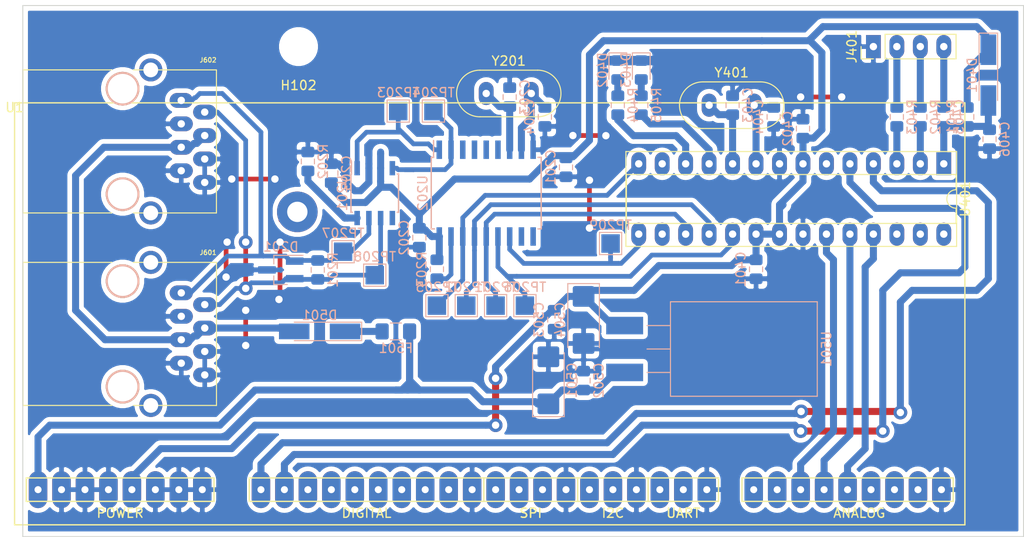
<source format=kicad_pcb>
(kicad_pcb (version 20171130) (host pcbnew 5.1.5)
  (layers (0 F.Cu jumper) (31 B.Cu signal) (34 B.Paste user) (35 F.Paste user) (36 B.SilkS user) (37 F.SilkS user) (38 B.Mask user) (39 F.Mask user) (44 Edge.Cuts user))
  (net 0 "")
  (net 1 GND)
  (net 2 +5V)
  (net 3 /MCU/RESET)
  (net 4 "Net-(C203-Pad1)")
  (net 5 "Net-(C204-Pad1)")
  (net 6 "Net-(C403-Pad1)")
  (net 7 "Net-(C404-Pad1)")
  (net 8 "Net-(C405-Pad2)")
  (net 9 /MCU/LED2)
  (net 10 /MCU/LED1)
  (net 11 "Net-(D501-Pad1)")
  (net 12 "/POWER SUPPLY/+18V_IN")
  (net 13 "/CANBUS CONN/CAN_L")
  (net 14 "/CANBUS CONN/CAN_H")
  (net 15 "Net-(R202-Pad1)")
  (net 16 "Net-(R203-Pad2)")
  (net 17 /MCU/USART_RX)
  (net 18 "Net-(J401-Pad3)")
  (net 19 "Net-(J401-Pad2)")
  (net 20 /MCU/USART_TX)
  (net 21 /MOSI)
  (net 22 /MISO)
  (net 23 /CANBUS/TXCAN)
  (net 24 /CANBUS/RXCAN)
  (net 25 /CANBUS/CS)
  (net 26 /SCK)
  (net 27 /CANBUS/INT)
  (net 28 "Net-(U401-Pad6)")
  (net 29 "Net-(U401-Pad26)")
  (net 30 "Net-(U401-Pad13)")
  (net 31 "Net-(U201-Pad5)")
  (net 32 "Net-(U202-Pad3)")
  (net 33 "Net-(U202-Pad4)")
  (net 34 "Net-(U202-Pad5)")
  (net 35 "Net-(U202-Pad6)")
  (net 36 "Net-(U202-Pad11)")
  (net 37 "Net-(D402-Pad2)")
  (net 38 "Net-(D403-Pad2)")
  (net 39 "Net-(U401-Pad16)")
  (net 40 "Net-(U202-Pad10)")
  (net 41 VCC)
  (net 42 /PD2)
  (net 43 /PD3)
  (net 44 /ADC0)
  (net 45 /ADC1)
  (net 46 /ADC2)
  (net 47 "Net-(U401-Pad27)")
  (net 48 "Net-(U401-Pad28)")
  (net 49 "Net-(U1-Pad11)")
  (net 50 "Net-(U1-Pad12)")
  (net 51 "Net-(U1-Pad13)")
  (net 52 "Net-(U1-Pad14)")
  (net 53 "Net-(U1-Pad15)")
  (net 54 "Net-(U1-Pad16)")
  (net 55 "Net-(U1-Pad17)")
  (net 56 "Net-(U1-Pad19)")
  (net 57 "Net-(U1-Pad20)")
  (net 58 "Net-(U1-Pad21)")
  (net 59 "Net-(U1-Pad23)")
  (net 60 "Net-(U1-Pad24)")
  (net 61 "Net-(U1-Pad26)")
  (net 62 "Net-(U1-Pad27)")
  (net 63 "Net-(U1-Pad29)")
  (net 64 "Net-(U1-Pad30)")
  (net 65 "Net-(U1-Pad34)")
  (net 66 "Net-(U1-Pad35)")
  (net 67 "Net-(U1-Pad36)")
  (module KicadZeniteSolarLibrary18:ZCS18 (layer F.Cu) (at 24.13 83.82)
    (fp_text reference U1 (at 0 0.5) (layer F.SilkS))
    (fp_text value ZCS)
    (fp_text user POWER (at 11.43 44.45) (layer F.SilkS))
    (fp_text user DIGITAL (at 38.1 44.45) (layer F.SilkS))
    (fp_text user SPI (at 55.88 44.45) (layer F.SilkS))
    (fp_text user SPI (at 55.88 44.45) (layer F.SilkS))
    (fp_text user I2C (at 64.77 44.45) (layer F.SilkS))
    (fp_text user UART (at 72.39 44.45) (layer F.SilkS))
    (fp_text user UART (at 72.39 44.45) (layer F.SilkS))
    (fp_text user ANALOG (at 91.44 44.45) (layer F.SilkS))
    (pad 1 thru_hole oval (at 2.54 41.91) (size 2 4) (drill 0.762) (layers *.Cu *.Mask) (net 41 VCC))
    (pad 2 thru_hole oval (at 5.08 41.91) (size 2 4) (drill 0.762) (layers *.Cu *.Mask) (net 1 GND))
    (pad 3 thru_hole oval (at 7.62 41.91) (size 2 4) (drill 0.762) (layers *.Cu *.Mask) (net 1 GND))
    (pad 4 thru_hole oval (at 10.16 41.91) (size 2 4) (drill 0.762) (layers *.Cu *.Mask) (net 1 GND))
    (pad 5 thru_hole oval (at 12.7 41.91) (size 2 4) (drill 0.762) (layers *.Cu *.Mask) (net 2 +5V))
    (pad 6 thru_hole oval (at 15.24 41.91) (size 2 4) (drill 0.762) (layers *.Cu *.Mask) (net 1 GND))
    (pad 7 thru_hole oval (at 17.78 41.91) (size 2 4) (drill 0.762) (layers *.Cu *.Mask) (net 1 GND))
    (pad 8 thru_hole oval (at 20.32 41.91) (size 2 4) (drill 0.762) (layers *.Cu *.Mask) (net 1 GND))
    (pad 9 thru_hole oval (at 26.67 41.91) (size 2 4) (drill 0.762) (layers *.Cu *.Mask) (net 42 /PD2))
    (pad 10 thru_hole oval (at 29.21 41.91) (size 2 4) (drill 0.762) (layers *.Cu *.Mask) (net 43 /PD3))
    (pad 11 thru_hole oval (at 31.75 41.91) (size 2 4) (drill 0.762) (layers *.Cu *.Mask) (net 49 "Net-(U1-Pad11)"))
    (pad 12 thru_hole oval (at 34.29 41.91) (size 2 4) (drill 0.762) (layers *.Cu *.Mask) (net 50 "Net-(U1-Pad12)"))
    (pad 13 thru_hole oval (at 36.83 41.91) (size 2 4) (drill 0.762) (layers *.Cu *.Mask) (net 51 "Net-(U1-Pad13)"))
    (pad 14 thru_hole oval (at 39.37 41.91) (size 2 4) (drill 0.762) (layers *.Cu *.Mask) (net 52 "Net-(U1-Pad14)"))
    (pad 15 thru_hole oval (at 41.91 41.91) (size 2 4) (drill 0.762) (layers *.Cu *.Mask) (net 53 "Net-(U1-Pad15)"))
    (pad 16 thru_hole oval (at 44.45 41.91) (size 2 4) (drill 0.762) (layers *.Cu *.Mask) (net 54 "Net-(U1-Pad16)"))
    (pad 17 thru_hole oval (at 46.99 41.91) (size 2 4) (drill 0.762) (layers *.Cu *.Mask) (net 55 "Net-(U1-Pad17)"))
    (pad 18 thru_hole oval (at 49.53 41.91) (size 2 4) (drill 0.762) (layers *.Cu *.Mask) (net 1 GND))
    (pad 19 thru_hole oval (at 52.07 41.91) (size 2 4) (drill 0.762) (layers *.Cu *.Mask) (net 56 "Net-(U1-Pad19)"))
    (pad 20 thru_hole oval (at 54.61 41.91) (size 2 4) (drill 0.762) (layers *.Cu *.Mask) (net 57 "Net-(U1-Pad20)"))
    (pad 21 thru_hole oval (at 57.15 41.91) (size 2 4) (drill 0.762) (layers *.Cu *.Mask) (net 58 "Net-(U1-Pad21)"))
    (pad 22 thru_hole oval (at 59.69 41.91) (size 2 4) (drill 0.762) (layers *.Cu *.Mask) (net 1 GND))
    (pad 23 thru_hole oval (at 62.23 41.91) (size 2 4) (drill 0.762) (layers *.Cu *.Mask) (net 59 "Net-(U1-Pad23)"))
    (pad 24 thru_hole oval (at 64.77 41.91) (size 2 4) (drill 0.762) (layers *.Cu *.Mask) (net 60 "Net-(U1-Pad24)"))
    (pad 25 thru_hole oval (at 67.31 41.91) (size 2 4) (drill 0.762) (layers *.Cu *.Mask) (net 1 GND))
    (pad 26 thru_hole oval (at 69.85 41.91) (size 2 4) (drill 0.762) (layers *.Cu *.Mask) (net 61 "Net-(U1-Pad26)"))
    (pad 27 thru_hole oval (at 72.39 41.91) (size 2 4) (drill 0.762) (layers *.Cu *.Mask) (net 62 "Net-(U1-Pad27)"))
    (pad 28 thru_hole oval (at 74.93 41.91) (size 2 4) (drill 0.762) (layers *.Cu *.Mask) (net 1 GND))
    (pad 29 thru_hole oval (at 80.01 41.91) (size 2 4) (drill 0.762) (layers *.Cu *.Mask) (net 63 "Net-(U1-Pad29)"))
    (pad 30 thru_hole oval (at 82.55 41.91) (size 2 4) (drill 0.762) (layers *.Cu *.Mask) (net 64 "Net-(U1-Pad30)"))
    (pad 31 thru_hole oval (at 85.09 41.91) (size 2 4) (drill 0.762) (layers *.Cu *.Mask) (net 44 /ADC0))
    (pad 32 thru_hole oval (at 87.63 41.91) (size 2 4) (drill 0.762) (layers *.Cu *.Mask) (net 45 /ADC1))
    (pad 33 thru_hole oval (at 90.17 41.91) (size 2 4) (drill 0.762) (layers *.Cu *.Mask) (net 46 /ADC2))
    (pad 34 thru_hole oval (at 92.71 41.91) (size 2 4) (drill 0.762) (layers *.Cu *.Mask) (net 65 "Net-(U1-Pad34)"))
    (pad 35 thru_hole oval (at 95.25 41.91) (size 2 4) (drill 0.762) (layers *.Cu *.Mask) (net 66 "Net-(U1-Pad35)"))
    (pad 36 thru_hole oval (at 97.79 41.91) (size 2 4) (drill 0.762) (layers *.Cu *.Mask) (net 67 "Net-(U1-Pad36)"))
    (pad 37 thru_hole oval (at 100.33 41.91) (size 2 4) (drill 0.762) (layers *.Cu *.Mask) (net 1 GND))
    (pad 40 thru_hole circle (at 30.608 11.811) (size 4.4 4.4) (drill 2.2) (layers *.Cu *.Mask) (clearance 0.1))
  )
  (module TestPoint:TestPoint_Pad_2.0x2.0mm (layer B.Cu) (at 69.85 105.791 180)
    (fp_text reference TP205 (at 0 1.998 180) (layer B.SilkS) (effects (justify mirror)))
    (fp_text value SC)
    (pad 1 smd rect (at 0 0 180) (size 2 2) (layers B.Cu B.Mask) (net 25 /CANBUS/CS))
  )
  (module TestPoint:TestPoint_Pad_2.0x2.0mm (layer B.Cu) (at 79.375 105.791 180)
    (fp_text reference TP206 (at 0 1.998 180) (layer B.SilkS) (effects (justify mirror)))
    (fp_text value SCK)
    (pad 1 smd rect (at 0 0 180) (size 2 2) (layers B.Cu B.Mask) (net 26 /SCK))
  )
  (module TestPoint:TestPoint_Pad_2.0x2.0mm (layer B.Cu) (at 59.69 99.949 180)
    (fp_text reference TP207 (at 0 1.998 180) (layer B.SilkS) (effects (justify mirror)))
    (fp_text value CAN_H)
    (pad 1 smd rect (at 0 0 180) (size 2 2) (layers B.Cu B.Mask) (net 14 "/CANBUS CONN/CAN_H"))
  )
  (module TestPoint:TestPoint_Pad_2.0x2.0mm (layer B.Cu) (at 63.119 102.489 180)
    (fp_text reference TP208 (at 0 1.998 180) (layer B.SilkS) (effects (justify mirror)))
    (fp_text value CAN_L)
    (pad 1 smd rect (at 0 0 180) (size 2 2) (layers B.Cu B.Mask) (net 13 "/CANBUS CONN/CAN_L"))
  )
  (module TestPoint:TestPoint_Pad_2.0x2.0mm (layer B.Cu) (at 88.646 99.06 180)
    (fp_text reference TP209 (at 0 1.998 180) (layer B.SilkS) (effects (justify mirror)))
    (fp_text value INT)
    (pad 1 smd rect (at 0 0 180) (size 2 2) (layers B.Cu B.Mask) (net 27 /CANBUS/INT))
  )
  (module TestPoint:TestPoint_Pad_2.0x2.0mm (layer B.Cu) (at 65.659 84.709 180)
    (fp_text reference TP203 (at 0 1.998 180) (layer B.SilkS) (effects (justify mirror)))
    (fp_text value TXCAN)
    (pad 1 smd rect (at 0 0 180) (size 2 2) (layers B.Cu B.Mask) (net 23 /CANBUS/TXCAN))
  )
  (module TestPoint:TestPoint_Pad_2.0x2.0mm (layer B.Cu) (at 76.2 105.791 180)
    (fp_text reference TP201 (at 0 1.998 180) (layer B.SilkS) (effects (justify mirror)))
    (fp_text value SI)
    (pad 1 smd rect (at 0 0 180) (size 2 2) (layers B.Cu B.Mask) (net 21 /MOSI))
  )
  (module TestPoint:TestPoint_Pad_2.0x2.0mm (layer B.Cu) (at 73.025 105.791 180)
    (fp_text reference TP202 (at 0 1.998 180) (layer B.SilkS) (effects (justify mirror)))
    (fp_text value SO)
    (pad 1 smd rect (at 0 0 180) (size 2 2) (layers B.Cu B.Mask) (net 22 /MISO))
  )
  (module TestPoint:TestPoint_Pad_2.0x2.0mm (layer B.Cu) (at 69.469 84.709 180)
    (fp_text reference TP204 (at 0 1.998 180) (layer B.SilkS) (effects (justify mirror)))
    (fp_text value RXCAN)
    (pad 1 smd rect (at 0 0 180) (size 2 2) (layers B.Cu B.Mask) (net 24 /CANBUS/RXCAN))
  )
  (module Capacitor_Tantalum_SMD:CP_EIA-6032-20_AVX-F_Pad2.25x2.35mm_HandSolder (layer B.Cu) (at 81.915 113.885 90)
    (fp_text reference C501 (at 0 2.55 270) (layer B.SilkS) (effects (justify mirror)))
    (fp_text value 1uF)
    (pad 1 smd roundrect (at -2.55 0 90) (size 2.25 2.35) (layers B.Cu B.Paste B.Mask) (roundrect_rratio 0.111111) (net 41 VCC))
    (pad 2 smd roundrect (at 2.55 0 90) (size 2.25 2.35) (layers B.Cu B.Paste B.Mask) (roundrect_rratio 0.111111) (net 1 GND))
  )
  (module Capacitor_Tantalum_SMD:CP_EIA-6032-20_AVX-F_Pad2.25x2.35mm_HandSolder (layer B.Cu) (at 85.725 107.34 270)
    (fp_text reference C504 (at 0 2.55 90) (layer B.SilkS) (effects (justify mirror)))
    (fp_text value 1uF)
    (pad 2 smd roundrect (at 2.55 0 270) (size 2.25 2.35) (layers B.Cu B.Paste B.Mask) (roundrect_rratio 0.111111) (net 1 GND))
    (pad 1 smd roundrect (at -2.55 0 270) (size 2.25 2.35) (layers B.Cu B.Paste B.Mask) (roundrect_rratio 0.111111) (net 2 +5V))
  )
  (module KicadZeniteSolarLibrary18:TO-220-3_Horizontal_TabDown_SMD (layer B.Cu) (at 91.44 113.03 90)
    (fp_text reference U501 (at 2.54 20.58 270) (layer B.SilkS) (effects (justify mirror)))
    (fp_text value LM7805)
    (pad "" smd rect (at 2.54 11.684 90) (size 10 16) (layers B.Cu B.Paste B.Mask) (net 1 GND))
    (pad 1 smd rect (at 0 -1.27 90) (size 1.905 4) (layers B.Cu B.Paste B.Mask) (net 41 VCC))
    (pad 2 smd rect (at 2.54 -1.27 90) (size 1.905 4) (layers B.Cu B.Paste B.Mask) (net 1 GND))
    (pad 3 smd rect (at 5.08 -1.27 90) (size 1.905 4) (layers B.Cu B.Paste B.Mask) (net 2 +5V))
  )
  (module Package_TO_SOT_SMD:SOT-23_Handsoldering (layer B.Cu) (at 52.95 101.92 180)
    (fp_text reference D201 (at 0 2.5 180) (layer B.SilkS) (effects (justify mirror)))
    (fp_text value pesd1can)
    (pad 3 smd rect (at 1.5 0 180) (size 1.9 0.8) (layers B.Cu B.Paste B.Mask) (net 1 GND))
    (pad 2 smd rect (at -1.5 -0.95 180) (size 1.9 0.8) (layers B.Cu B.Paste B.Mask) (net 13 "/CANBUS CONN/CAN_L"))
    (pad 1 smd rect (at -1.5 0.95 180) (size 1.9 0.8) (layers B.Cu B.Paste B.Mask) (net 14 "/CANBUS CONN/CAN_H"))
  )
  (module Package_DIP:DIP-28_W7.62mm_Socket (layer F.Cu) (at 124.714 90.424 270)
    (fp_text reference U401 (at 3.81 -2.33 90) (layer F.SilkS))
    (fp_text value ATMEGA328P-PU)
    (pad 1 thru_hole rect (at 0 0 270) (size 2.5 1.6) (drill 0.8) (layers *.Cu *.Mask) (net 3 /MCU/RESET))
    (pad 15 thru_hole oval (at 7.62 33.02 270) (size 2.5 1.6) (drill 0.8) (layers *.Cu *.Mask) (net 27 /CANBUS/INT))
    (pad 2 thru_hole oval (at 0 2.54 270) (size 2.5 1.6) (drill 0.8) (layers *.Cu *.Mask) (net 17 /MCU/USART_RX))
    (pad 16 thru_hole oval (at 7.62 30.48 270) (size 2.5 1.6) (drill 0.8) (layers *.Cu *.Mask) (net 39 "Net-(U401-Pad16)"))
    (pad 3 thru_hole oval (at 0 5.08 270) (size 2.5 1.6) (drill 0.8) (layers *.Cu *.Mask) (net 20 /MCU/USART_TX))
    (pad 17 thru_hole oval (at 7.62 27.94 270) (size 2.5 1.6) (drill 0.8) (layers *.Cu *.Mask) (net 21 /MOSI))
    (pad 4 thru_hole oval (at 0 7.62 270) (size 2.5 1.6) (drill 0.8) (layers *.Cu *.Mask) (net 42 /PD2))
    (pad 18 thru_hole oval (at 7.62 25.4 270) (size 2.5 1.6) (drill 0.8) (layers *.Cu *.Mask) (net 22 /MISO))
    (pad 5 thru_hole oval (at 0 10.16 270) (size 2.5 1.6) (drill 0.8) (layers *.Cu *.Mask) (net 43 /PD3))
    (pad 19 thru_hole oval (at 7.62 22.86 270) (size 2.5 1.6) (drill 0.8) (layers *.Cu *.Mask) (net 26 /SCK))
    (pad 6 thru_hole oval (at 0 12.7 270) (size 2.5 1.6) (drill 0.8) (layers *.Cu *.Mask) (net 28 "Net-(U401-Pad6)"))
    (pad 20 thru_hole oval (at 7.62 20.32 270) (size 2.5 1.6) (drill 0.8) (layers *.Cu *.Mask) (net 2 +5V))
    (pad 7 thru_hole oval (at 0 15.24 270) (size 2.5 1.6) (drill 0.8) (layers *.Cu *.Mask) (net 2 +5V))
    (pad 21 thru_hole oval (at 7.62 17.78 270) (size 2.5 1.6) (drill 0.8) (layers *.Cu *.Mask) (net 2 +5V))
    (pad 8 thru_hole oval (at 0 17.78 270) (size 2.5 1.6) (drill 0.8) (layers *.Cu *.Mask) (net 1 GND))
    (pad 22 thru_hole oval (at 7.62 15.24 270) (size 2.5 1.6) (drill 0.8) (layers *.Cu *.Mask) (net 1 GND))
    (pad 9 thru_hole oval (at 0 20.32 270) (size 2.5 1.6) (drill 0.8) (layers *.Cu *.Mask) (net 7 "Net-(C404-Pad1)"))
    (pad 23 thru_hole oval (at 7.62 12.7 270) (size 2.5 1.6) (drill 0.8) (layers *.Cu *.Mask) (net 44 /ADC0))
    (pad 10 thru_hole oval (at 0 22.86 270) (size 2.5 1.6) (drill 0.8) (layers *.Cu *.Mask) (net 6 "Net-(C403-Pad1)"))
    (pad 24 thru_hole oval (at 7.62 10.16 270) (size 2.5 1.6) (drill 0.8) (layers *.Cu *.Mask) (net 45 /ADC1))
    (pad 11 thru_hole oval (at 0 25.4 270) (size 2.5 1.6) (drill 0.8) (layers *.Cu *.Mask) (net 10 /MCU/LED1))
    (pad 25 thru_hole oval (at 7.62 7.62 270) (size 2.5 1.6) (drill 0.8) (layers *.Cu *.Mask) (net 46 /ADC2))
    (pad 12 thru_hole oval (at 0 27.94 270) (size 2.5 1.6) (drill 0.8) (layers *.Cu *.Mask) (net 9 /MCU/LED2))
    (pad 26 thru_hole oval (at 7.62 5.08 270) (size 2.5 1.6) (drill 0.8) (layers *.Cu *.Mask) (net 29 "Net-(U401-Pad26)"))
    (pad 13 thru_hole oval (at 0 30.48 270) (size 2.5 1.6) (drill 0.8) (layers *.Cu *.Mask) (net 30 "Net-(U401-Pad13)"))
    (pad 27 thru_hole oval (at 7.62 2.54 270) (size 2.5 1.6) (drill 0.8) (layers *.Cu *.Mask) (net 47 "Net-(U401-Pad27)"))
    (pad 14 thru_hole oval (at 0 33.02 270) (size 2.5 1.6) (drill 0.8) (layers *.Cu *.Mask) (net 25 /CANBUS/CS))
    (pad 28 thru_hole oval (at 7.62 0 270) (size 2.5 1.6) (drill 0.8) (layers *.Cu *.Mask) (net 48 "Net-(U401-Pad28)"))
  )
  (module Fuse:Fuse_1206_3216Metric_Pad1.42x1.75mm_HandSolder (layer B.Cu) (at 65.405 108.585)
    (fp_text reference F501 (at 0 1.82) (layer B.SilkS) (effects (justify mirror)))
    (fp_text value 500mA)
    (pad 1 smd roundrect (at -1.4875 0) (size 1.425 1.75) (layers B.Cu B.Paste B.Mask) (roundrect_rratio 0.175439) (net 11 "Net-(D501-Pad1)"))
    (pad 2 smd roundrect (at 1.4875 0) (size 1.425 1.75) (layers B.Cu B.Paste B.Mask) (roundrect_rratio 0.175439) (net 41 VCC))
  )
  (module KicadZeniteSolarLibrary18:RJ45_YH59_01 (layer F.Cu) (at 42.172 104.404 270)
    (fp_text reference J601 (at -4.364296 -2.909696 180) (layer F.SilkS) (effects (font (size 0.5 0.5) (thickness 0.1))))
    (fp_text value RJ45)
    (pad "" np_thru_hole circle (at 10.165 6.346 270) (size 3.65 3.65) (drill 3.2) (layers *.Cu *.SilkS *.Mask))
    (pad "" np_thru_hole circle (at -1.265 6.346 270) (size 3.65 3.65) (drill 3.2) (layers *.Cu *.SilkS *.Mask))
    (pad 1 thru_hole oval (at 0.005 -0.004 270) (size 1.6 2.5) (drill 0.8) (layers *.Cu *.Mask) (net 14 "/CANBUS CONN/CAN_H"))
    (pad 2 thru_hole oval (at 1.275 -2.544 270) (size 1.6 2.5) (drill 0.8) (layers *.Cu *.Mask) (net 13 "/CANBUS CONN/CAN_L"))
    (pad 3 thru_hole oval (at 2.545 -0.004 270) (size 1.6 2.5) (drill 0.8) (layers *.Cu *.Mask) (net 1 GND))
    (pad 4 thru_hole oval (at 3.815 -2.544 270) (size 1.6 2.5) (drill 0.8) (layers *.Cu *.Mask) (net 12 "/POWER SUPPLY/+18V_IN"))
    (pad 5 thru_hole oval (at 5.085 -0.004 270) (size 1.6 2.5) (drill 0.8) (layers *.Cu *.Mask) (net 12 "/POWER SUPPLY/+18V_IN"))
    (pad 6 thru_hole oval (at 6.355 -2.544 270) (size 1.6 2.5) (drill 0.8) (layers *.Cu *.Mask) (net 1 GND))
    (pad 7 thru_hole oval (at 7.625 -0.004 270) (size 1.6 2.5) (drill 0.8) (layers *.Cu *.Mask) (net 1 GND))
    (pad 8 thru_hole oval (at 8.895 -2.544 270) (size 1.6 2.5) (drill 0.8) (layers *.Cu *.Mask) (net 1 GND))
    (pad 9 thru_hole circle (at -3.3 3.296 270) (size 2.5 2.5) (drill 1.6) (layers *.Cu *.Mask))
    (pad 9 thru_hole circle (at 12.2 3.296 270) (size 2.5 2.5) (drill 1.6) (layers *.Cu *.Mask))
  )
  (module KicadZeniteSolarLibrary18:RJ45_YH59_01 (layer F.Cu) (at 42.168 83.549 270)
    (fp_text reference J602 (at -4.364296 -2.909696 180) (layer F.SilkS) (effects (font (size 0.5 0.5) (thickness 0.1))))
    (fp_text value RJ45)
    (pad "" np_thru_hole circle (at 10.165 6.346 270) (size 3.65 3.65) (drill 3.2) (layers *.Cu *.SilkS *.Mask))
    (pad "" np_thru_hole circle (at -1.265 6.346 270) (size 3.65 3.65) (drill 3.2) (layers *.Cu *.SilkS *.Mask))
    (pad 1 thru_hole oval (at 0.005 -0.004 270) (size 1.6 2.5) (drill 0.8) (layers *.Cu *.Mask) (net 14 "/CANBUS CONN/CAN_H"))
    (pad 2 thru_hole oval (at 1.275 -2.544 270) (size 1.6 2.5) (drill 0.8) (layers *.Cu *.Mask) (net 13 "/CANBUS CONN/CAN_L"))
    (pad 3 thru_hole oval (at 2.545 -0.004 270) (size 1.6 2.5) (drill 0.8) (layers *.Cu *.Mask) (net 1 GND))
    (pad 4 thru_hole oval (at 3.815 -2.544 270) (size 1.6 2.5) (drill 0.8) (layers *.Cu *.Mask) (net 12 "/POWER SUPPLY/+18V_IN"))
    (pad 5 thru_hole oval (at 5.085 -0.004 270) (size 1.6 2.5) (drill 0.8) (layers *.Cu *.Mask) (net 12 "/POWER SUPPLY/+18V_IN"))
    (pad 6 thru_hole oval (at 6.355 -2.544 270) (size 1.6 2.5) (drill 0.8) (layers *.Cu *.Mask) (net 1 GND))
    (pad 7 thru_hole oval (at 7.625 -0.004 270) (size 1.6 2.5) (drill 0.8) (layers *.Cu *.Mask) (net 1 GND))
    (pad 8 thru_hole oval (at 8.895 -2.544 270) (size 1.6 2.5) (drill 0.8) (layers *.Cu *.Mask) (net 1 GND))
    (pad 9 thru_hole circle (at -3.3 3.296 270) (size 2.5 2.5) (drill 1.6) (layers *.Cu *.Mask))
    (pad 9 thru_hole circle (at 12.2 3.296 270) (size 2.5 2.5) (drill 1.6) (layers *.Cu *.Mask))
  )
  (module Capacitor_SMD:C_0805_2012Metric_Pad1.15x1.40mm_HandSolder (layer B.Cu) (at 83.82 90.805 270)
    (fp_text reference C201 (at 0 1.65 90) (layer B.SilkS) (effects (justify mirror)))
    (fp_text value 100nF)
    (pad 1 smd roundrect (at -1.025 0 270) (size 1.15 1.4) (layers B.Cu B.Paste B.Mask) (roundrect_rratio 0.217391) (net 2 +5V))
    (pad 2 smd roundrect (at 1.025 0 270) (size 1.15 1.4) (layers B.Cu B.Paste B.Mask) (roundrect_rratio 0.217391) (net 1 GND))
  )
  (module Capacitor_SMD:C_0805_2012Metric_Pad1.15x1.40mm_HandSolder (layer B.Cu) (at 67.945 98.425 270)
    (fp_text reference C202 (at 0 1.65 90) (layer B.SilkS) (effects (justify mirror)))
    (fp_text value 100nF)
    (pad 1 smd roundrect (at -1.025 0 270) (size 1.15 1.4) (layers B.Cu B.Paste B.Mask) (roundrect_rratio 0.217391) (net 2 +5V))
    (pad 2 smd roundrect (at 1.025 0 270) (size 1.15 1.4) (layers B.Cu B.Paste B.Mask) (roundrect_rratio 0.217391) (net 1 GND))
  )
  (module Capacitor_SMD:C_0805_2012Metric_Pad1.15x1.40mm_HandSolder (layer B.Cu) (at 77.724 83.194 90)
    (fp_text reference C203 (at 0 1.65 270) (layer B.SilkS) (effects (justify mirror)))
    (fp_text value 22pF)
    (pad 1 smd roundrect (at -1.025 0 90) (size 1.15 1.4) (layers B.Cu B.Paste B.Mask) (roundrect_rratio 0.217391) (net 4 "Net-(C203-Pad1)"))
    (pad 2 smd roundrect (at 1.025 0 90) (size 1.15 1.4) (layers B.Cu B.Paste B.Mask) (roundrect_rratio 0.217391) (net 1 GND))
  )
  (module Capacitor_SMD:C_0805_2012Metric_Pad1.15x1.40mm_HandSolder (layer B.Cu) (at 81.534 85.344 270)
    (fp_text reference C204 (at 0 1.65 90) (layer B.SilkS) (effects (justify mirror)))
    (fp_text value 22pF)
    (pad 1 smd roundrect (at -1.025 0 270) (size 1.15 1.4) (layers B.Cu B.Paste B.Mask) (roundrect_rratio 0.217391) (net 5 "Net-(C204-Pad1)"))
    (pad 2 smd roundrect (at 1.025 0 270) (size 1.15 1.4) (layers B.Cu B.Paste B.Mask) (roundrect_rratio 0.217391) (net 1 GND))
  )
  (module Capacitor_SMD:C_0805_2012Metric_Pad1.15x1.40mm_HandSolder (layer B.Cu) (at 58.42 91.44 90)
    (fp_text reference C205 (at 0 1.65 270) (layer B.SilkS) (effects (justify mirror)))
    (fp_text value 100nF)
    (pad 1 smd roundrect (at -1.025 0 90) (size 1.15 1.4) (layers B.Cu B.Paste B.Mask) (roundrect_rratio 0.217391) (net 2 +5V))
    (pad 2 smd roundrect (at 1.025 0 90) (size 1.15 1.4) (layers B.Cu B.Paste B.Mask) (roundrect_rratio 0.217391) (net 1 GND))
  )
  (module Capacitor_SMD:C_0805_2012Metric_Pad1.15x1.40mm_HandSolder (layer B.Cu) (at 104.394 101.854 270)
    (fp_text reference C401 (at 0 1.65 90) (layer B.SilkS) (effects (justify mirror)))
    (fp_text value 100nF)
    (pad 1 smd roundrect (at -1.025 0 270) (size 1.15 1.4) (layers B.Cu B.Paste B.Mask) (roundrect_rratio 0.217391) (net 2 +5V))
    (pad 2 smd roundrect (at 1.025 0 270) (size 1.15 1.4) (layers B.Cu B.Paste B.Mask) (roundrect_rratio 0.217391) (net 1 GND))
  )
  (module Capacitor_SMD:C_0805_2012Metric_Pad1.15x1.40mm_HandSolder (layer B.Cu) (at 109.474 86.614 270)
    (fp_text reference C402 (at 0 1.65 90) (layer B.SilkS) (effects (justify mirror)))
    (fp_text value 100nF)
    (pad 1 smd roundrect (at -1.025 0 270) (size 1.15 1.4) (layers B.Cu B.Paste B.Mask) (roundrect_rratio 0.217391) (net 1 GND))
    (pad 2 smd roundrect (at 1.025 0 270) (size 1.15 1.4) (layers B.Cu B.Paste B.Mask) (roundrect_rratio 0.217391) (net 2 +5V))
  )
  (module Capacitor_SMD:C_0805_2012Metric_Pad1.15x1.40mm_HandSolder (layer B.Cu) (at 101.854 84.074 90)
    (fp_text reference C403 (at 0 1.65 270) (layer B.SilkS) (effects (justify mirror)))
    (fp_text value 22pF)
    (pad 1 smd roundrect (at -1.025 0 90) (size 1.15 1.4) (layers B.Cu B.Paste B.Mask) (roundrect_rratio 0.217391) (net 6 "Net-(C403-Pad1)"))
    (pad 2 smd roundrect (at 1.025 0 90) (size 1.15 1.4) (layers B.Cu B.Paste B.Mask) (roundrect_rratio 0.217391) (net 1 GND))
  )
  (module Capacitor_SMD:C_0805_2012Metric_Pad1.15x1.40mm_HandSolder (layer B.Cu) (at 106.299 85.344 270)
    (fp_text reference C404 (at 0 1.65 90) (layer B.SilkS) (effects (justify mirror)))
    (fp_text value 22pF)
    (pad 1 smd roundrect (at -1.025 0 270) (size 1.15 1.4) (layers B.Cu B.Paste B.Mask) (roundrect_rratio 0.217391) (net 7 "Net-(C404-Pad1)"))
    (pad 2 smd roundrect (at 1.025 0 270) (size 1.15 1.4) (layers B.Cu B.Paste B.Mask) (roundrect_rratio 0.217391) (net 1 GND))
  )
  (module Capacitor_SMD:C_0805_2012Metric_Pad1.15x1.40mm_HandSolder (layer B.Cu) (at 124.714 85.344 90)
    (fp_text reference C405 (at 0 1.65 270) (layer B.SilkS) (effects (justify mirror)))
    (fp_text value 100nF)
    (pad 1 smd roundrect (at -1.025 0 90) (size 1.15 1.4) (layers B.Cu B.Paste B.Mask) (roundrect_rratio 0.217391) (net 3 /MCU/RESET))
    (pad 2 smd roundrect (at 1.025 0 90) (size 1.15 1.4) (layers B.Cu B.Paste B.Mask) (roundrect_rratio 0.217391) (net 8 "Net-(C405-Pad2)"))
  )
  (module Capacitor_SMD:C_0805_2012Metric_Pad1.15x1.40mm_HandSolder (layer B.Cu) (at 129.667 87.757 90)
    (fp_text reference C406 (at 0 1.65 270) (layer B.SilkS) (effects (justify mirror)))
    (fp_text value 100nF)
    (pad 1 smd roundrect (at -1.025 0 90) (size 1.15 1.4) (layers B.Cu B.Paste B.Mask) (roundrect_rratio 0.217391) (net 1 GND))
    (pad 2 smd roundrect (at 1.025 0 90) (size 1.15 1.4) (layers B.Cu B.Paste B.Mask) (roundrect_rratio 0.217391) (net 3 /MCU/RESET))
  )
  (module Capacitor_SMD:C_0805_2012Metric_Pad1.15x1.40mm_HandSolder (layer B.Cu) (at 85.725 113.91 90)
    (fp_text reference C502 (at 0 1.65 270) (layer B.SilkS) (effects (justify mirror)))
    (fp_text value 100nF)
    (pad 1 smd roundrect (at -1.025 0 90) (size 1.15 1.4) (layers B.Cu B.Paste B.Mask) (roundrect_rratio 0.217391) (net 41 VCC))
    (pad 2 smd roundrect (at 1.025 0 90) (size 1.15 1.4) (layers B.Cu B.Paste B.Mask) (roundrect_rratio 0.217391) (net 1 GND))
  )
  (module Capacitor_SMD:C_0805_2012Metric_Pad1.15x1.40mm_HandSolder (layer B.Cu) (at 82.55 107.315 270)
    (fp_text reference C503 (at 0 1.65 90) (layer B.SilkS) (effects (justify mirror)))
    (fp_text value 100nF)
    (pad 1 smd roundrect (at -1.025 0 270) (size 1.15 1.4) (layers B.Cu B.Paste B.Mask) (roundrect_rratio 0.217391) (net 2 +5V))
    (pad 2 smd roundrect (at 1.025 0 270) (size 1.15 1.4) (layers B.Cu B.Paste B.Mask) (roundrect_rratio 0.217391) (net 1 GND))
  )
  (module Connector_PinHeader_2.54mm:PinHeader_1x04_P2.54mm_Vertical (layer F.Cu) (at 117.094 77.724 90)
    (fp_text reference J401 (at 0 -2.33 270) (layer F.SilkS))
    (fp_text value USART)
    (pad 1 thru_hole rect (at 0 0 90) (size 2.5 1.6) (drill 0.8) (layers *.Cu *.Mask) (net 1 GND))
    (pad 2 thru_hole oval (at 0 2.54 90) (size 2.5 1.6) (drill 0.8) (layers *.Cu *.Mask) (net 19 "Net-(J401-Pad2)"))
    (pad 3 thru_hole oval (at 0 5.08 90) (size 2.5 1.6) (drill 0.8) (layers *.Cu *.Mask) (net 18 "Net-(J401-Pad3)"))
    (pad 4 thru_hole oval (at 0 7.62 90) (size 2.5 1.6) (drill 0.8) (layers *.Cu *.Mask) (net 8 "Net-(C405-Pad2)"))
  )
  (module Crystal:Crystal_HC49-U_Vertical (layer F.Cu) (at 75.184 82.804)
    (fp_text reference Y201 (at 2.44 -3.525) (layer F.SilkS))
    (fp_text value 16MHz)
    (pad 1 thru_hole oval (at 0 0) (size 1.6 2.5) (drill 0.8) (layers *.Cu *.Mask) (net 4 "Net-(C203-Pad1)"))
    (pad 2 thru_hole oval (at 4.88 0) (size 1.6 2.5) (drill 0.8) (layers *.Cu *.Mask) (net 5 "Net-(C204-Pad1)"))
  )
  (module Crystal:Crystal_HC49-U_Vertical (layer F.Cu) (at 99.314 84.074)
    (fp_text reference Y401 (at 2.44 -3.525) (layer F.SilkS))
    (fp_text value 16MHz)
    (pad 1 thru_hole oval (at 0 0) (size 1.6 2.5) (drill 0.8) (layers *.Cu *.Mask) (net 6 "Net-(C403-Pad1)"))
    (pad 2 thru_hole oval (at 4.88 0) (size 1.6 2.5) (drill 0.8) (layers *.Cu *.Mask) (net 7 "Net-(C404-Pad1)"))
  )
  (module Diode_SMD:D_MiniMELF_Handsoldering (layer B.Cu) (at 129.54 80.816 270)
    (fp_text reference D401 (at 0 1.75 90) (layer B.SilkS) (effects (justify mirror)))
    (fp_text value LL4148)
    (pad 1 smd rect (at -2.75 0 270) (size 3.3 1.7) (layers B.Cu B.Paste B.Mask) (net 2 +5V))
    (pad 2 smd rect (at 2.75 0 270) (size 3.3 1.7) (layers B.Cu B.Paste B.Mask) (net 3 /MCU/RESET))
  )
  (module Diode_SMD:D_MiniMELF_Handsoldering (layer B.Cu) (at 57.15 108.585 180)
    (fp_text reference D501 (at 0 1.75 180) (layer B.SilkS) (effects (justify mirror)))
    (fp_text value LL4148)
    (pad 1 smd rect (at -2.75 0 180) (size 3.3 1.7) (layers B.Cu B.Paste B.Mask) (net 11 "Net-(D501-Pad1)"))
    (pad 2 smd rect (at 2.75 0 180) (size 3.3 1.7) (layers B.Cu B.Paste B.Mask) (net 12 "/POWER SUPPLY/+18V_IN"))
  )
  (module LED_SMD:LED_0805_2012Metric_Pad1.15x1.40mm_HandSolder (layer B.Cu) (at 91.968656 80.264 270)
    (fp_text reference D403 (at 0 1.65 90) (layer B.SilkS) (effects (justify mirror)))
    (fp_text value LED_RED)
    (pad 1 smd roundrect (at -1.025 0 270) (size 1.15 1.4) (layers B.Cu B.Paste B.Mask) (roundrect_rratio 0.217391) (net 1 GND))
    (pad 2 smd roundrect (at 1.025 0 270) (size 1.15 1.4) (layers B.Cu B.Paste B.Mask) (roundrect_rratio 0.217391) (net 38 "Net-(D403-Pad2)"))
  )
  (module LED_SMD:LED_0805_2012Metric_Pad1.15x1.40mm_HandSolder (layer B.Cu) (at 89.428656 80.264 270)
    (fp_text reference D402 (at 0 1.65 90) (layer B.SilkS) (effects (justify mirror)))
    (fp_text value LED_RED)
    (pad 1 smd roundrect (at -1.025 0 270) (size 1.15 1.4) (layers B.Cu B.Paste B.Mask) (roundrect_rratio 0.217391) (net 1 GND))
    (pad 2 smd roundrect (at 1.025 0 270) (size 1.15 1.4) (layers B.Cu B.Paste B.Mask) (roundrect_rratio 0.217391) (net 37 "Net-(D402-Pad2)"))
  )
  (module MountingHole:MountingHole_3.2mm_M3 (layer F.Cu) (at 54.864 77.724 180)
    (fp_text reference H102 (at 0 -4.2 180) (layer F.SilkS))
    (fp_text value MountingHole)
    (pad 1 np_thru_hole circle (at 0 0 180) (size 3.2 3.2) (drill 3.2) (layers *.Cu *.Mask))
  )
  (module Package_SO:SOIC-18W_7.5x11.6mm_P1.27mm (layer B.Cu) (at 75.184 93.599 270)
    (fp_text reference U202 (at 0 6.875 90) (layer B.SilkS) (effects (justify mirror)))
    (fp_text value MCP2515-xSO)
    (pad 1 smd rect (at -4.7 5.08 270) (size 2 0.6) (layers B.Cu B.Paste B.Mask) (net 23 /CANBUS/TXCAN))
    (pad 2 smd rect (at -4.7 3.81 270) (size 2 0.6) (layers B.Cu B.Paste B.Mask) (net 24 /CANBUS/RXCAN))
    (pad 3 smd rect (at -4.7 2.54 270) (size 2 0.6) (layers B.Cu B.Paste B.Mask) (net 32 "Net-(U202-Pad3)"))
    (pad 4 smd rect (at -4.7 1.27 270) (size 2 0.6) (layers B.Cu B.Paste B.Mask) (net 33 "Net-(U202-Pad4)"))
    (pad 5 smd rect (at -4.7 0 270) (size 2 0.6) (layers B.Cu B.Paste B.Mask) (net 34 "Net-(U202-Pad5)"))
    (pad 6 smd rect (at -4.7 -1.27 270) (size 2 0.6) (layers B.Cu B.Paste B.Mask) (net 35 "Net-(U202-Pad6)"))
    (pad 7 smd rect (at -4.7 -2.54 270) (size 2 0.6) (layers B.Cu B.Paste B.Mask) (net 4 "Net-(C203-Pad1)"))
    (pad 8 smd rect (at -4.7 -3.81 270) (size 2 0.6) (layers B.Cu B.Paste B.Mask) (net 5 "Net-(C204-Pad1)"))
    (pad 9 smd rect (at -4.7 -5.08 270) (size 2 0.6) (layers B.Cu B.Paste B.Mask) (net 1 GND))
    (pad 10 smd rect (at 4.7 -5.08 270) (size 2 0.6) (layers B.Cu B.Paste B.Mask) (net 40 "Net-(U202-Pad10)"))
    (pad 11 smd rect (at 4.7 -3.81 270) (size 2 0.6) (layers B.Cu B.Paste B.Mask) (net 36 "Net-(U202-Pad11)"))
    (pad 12 smd rect (at 4.7 -2.54 270) (size 2 0.6) (layers B.Cu B.Paste B.Mask) (net 27 /CANBUS/INT))
    (pad 13 smd rect (at 4.7 -1.27 270) (size 2 0.6) (layers B.Cu B.Paste B.Mask) (net 26 /SCK))
    (pad 14 smd rect (at 4.7 0 270) (size 2 0.6) (layers B.Cu B.Paste B.Mask) (net 21 /MOSI))
    (pad 15 smd rect (at 4.7 1.27 270) (size 2 0.6) (layers B.Cu B.Paste B.Mask) (net 22 /MISO))
    (pad 16 smd rect (at 4.7 2.54 270) (size 2 0.6) (layers B.Cu B.Paste B.Mask) (net 25 /CANBUS/CS))
    (pad 17 smd rect (at 4.7 3.81 270) (size 2 0.6) (layers B.Cu B.Paste B.Mask) (net 16 "Net-(R203-Pad2)"))
    (pad 18 smd rect (at 4.7 5.08 270) (size 2 0.6) (layers B.Cu B.Paste B.Mask) (net 2 +5V))
  )
  (module Package_SO:SOIC-8_3.9x4.9mm_P1.27mm (layer B.Cu) (at 63.119 93.599 270)
    (fp_text reference U201 (at 0 3.5 90) (layer B.SilkS) (effects (justify mirror)))
    (fp_text value MCP2551-I/SN)
    (pad 1 smd rect (at -2.7 1.905 270) (size 1.55 0.6) (layers B.Cu B.Paste B.Mask) (net 23 /CANBUS/TXCAN))
    (pad 2 smd rect (at -2.7 0.635 270) (size 1.55 0.6) (layers B.Cu B.Paste B.Mask) (net 1 GND))
    (pad 3 smd rect (at -2.7 -0.635 270) (size 1.55 0.6) (layers B.Cu B.Paste B.Mask) (net 2 +5V))
    (pad 4 smd rect (at -2.7 -1.905 270) (size 1.55 0.6) (layers B.Cu B.Paste B.Mask) (net 24 /CANBUS/RXCAN))
    (pad 5 smd rect (at 2.7 -1.905 270) (size 1.55 0.6) (layers B.Cu B.Paste B.Mask) (net 31 "Net-(U201-Pad5)"))
    (pad 6 smd rect (at 2.7 -0.635 270) (size 1.55 0.6) (layers B.Cu B.Paste B.Mask) (net 13 "/CANBUS CONN/CAN_L"))
    (pad 7 smd rect (at 2.7 0.635 270) (size 1.55 0.6) (layers B.Cu B.Paste B.Mask) (net 14 "/CANBUS CONN/CAN_H"))
    (pad 8 smd rect (at 2.7 1.905 270) (size 1.55 0.6) (layers B.Cu B.Paste B.Mask) (net 15 "Net-(R202-Pad1)"))
  )
  (module Resistor_SMD:R_0805_2012Metric_Pad1.15x1.40mm_HandSolder (layer B.Cu) (at 69.85 101.845 270)
    (fp_text reference R203 (at 0 1.65 90) (layer B.SilkS) (effects (justify mirror)))
    (fp_text value 10k)
    (pad 1 smd roundrect (at -1.025 0 270) (size 1.15 1.4) (layers B.Cu B.Paste B.Mask) (roundrect_rratio 0.217391) (net 2 +5V))
    (pad 2 smd roundrect (at 1.025 0 270) (size 1.15 1.4) (layers B.Cu B.Paste B.Mask) (roundrect_rratio 0.217391) (net 16 "Net-(R203-Pad2)"))
  )
  (module Resistor_SMD:R_0805_2012Metric_Pad1.15x1.40mm_HandSolder (layer B.Cu) (at 55.88 90.17 90)
    (fp_text reference R202 (at 0 1.65 270) (layer B.SilkS) (effects (justify mirror)))
    (fp_text value 4k7)
    (pad 1 smd roundrect (at -1.025 0 90) (size 1.15 1.4) (layers B.Cu B.Paste B.Mask) (roundrect_rratio 0.217391) (net 15 "Net-(R202-Pad1)"))
    (pad 2 smd roundrect (at 1.025 0 90) (size 1.15 1.4) (layers B.Cu B.Paste B.Mask) (roundrect_rratio 0.217391) (net 1 GND))
  )
  (module Resistor_SMD:R_0805_2012Metric_Pad1.15x1.40mm_HandSolder (layer B.Cu) (at 56.95 101.92 90)
    (fp_text reference R201 (at 0 1.65 270) (layer B.SilkS) (effects (justify mirror)))
    (fp_text value 120)
    (pad 1 smd roundrect (at -1.025 0 90) (size 1.15 1.4) (layers B.Cu B.Paste B.Mask) (roundrect_rratio 0.217391) (net 13 "/CANBUS CONN/CAN_L"))
    (pad 2 smd roundrect (at 1.025 0 90) (size 1.15 1.4) (layers B.Cu B.Paste B.Mask) (roundrect_rratio 0.217391) (net 14 "/CANBUS CONN/CAN_H"))
  )
  (module Resistor_SMD:R_0805_2012Metric_Pad1.15x1.40mm_HandSolder (layer B.Cu) (at 91.968656 84.074 90)
    (fp_text reference R405 (at 0 1.65 270) (layer B.SilkS) (effects (justify mirror)))
    (fp_text value 1k)
    (pad 1 smd roundrect (at -1.025 0 90) (size 1.15 1.4) (layers B.Cu B.Paste B.Mask) (roundrect_rratio 0.217391) (net 10 /MCU/LED1))
    (pad 2 smd roundrect (at 1.025 0 90) (size 1.15 1.4) (layers B.Cu B.Paste B.Mask) (roundrect_rratio 0.217391) (net 38 "Net-(D403-Pad2)"))
  )
  (module Resistor_SMD:R_0805_2012Metric_Pad1.15x1.40mm_HandSolder (layer B.Cu) (at 127.254 85.344 270)
    (fp_text reference R401 (at 0 1.65 90) (layer B.SilkS) (effects (justify mirror)))
    (fp_text value 10k)
    (pad 1 smd roundrect (at -1.025 0 270) (size 1.15 1.4) (layers B.Cu B.Paste B.Mask) (roundrect_rratio 0.217391) (net 2 +5V))
    (pad 2 smd roundrect (at 1.025 0 270) (size 1.15 1.4) (layers B.Cu B.Paste B.Mask) (roundrect_rratio 0.217391) (net 3 /MCU/RESET))
  )
  (module Resistor_SMD:R_0805_2012Metric_Pad1.15x1.40mm_HandSolder (layer B.Cu) (at 122.174 85.344 90)
    (fp_text reference R402 (at 0 1.65 270) (layer B.SilkS) (effects (justify mirror)))
    (fp_text value 1k)
    (pad 1 smd roundrect (at -1.025 0 90) (size 1.15 1.4) (layers B.Cu B.Paste B.Mask) (roundrect_rratio 0.217391) (net 17 /MCU/USART_RX))
    (pad 2 smd roundrect (at 1.025 0 90) (size 1.15 1.4) (layers B.Cu B.Paste B.Mask) (roundrect_rratio 0.217391) (net 18 "Net-(J401-Pad3)"))
  )
  (module Resistor_SMD:R_0805_2012Metric_Pad1.15x1.40mm_HandSolder (layer B.Cu) (at 119.634 85.344 90)
    (fp_text reference R403 (at 0 1.65 270) (layer B.SilkS) (effects (justify mirror)))
    (fp_text value 1k)
    (pad 1 smd roundrect (at -1.025 0 90) (size 1.15 1.4) (layers B.Cu B.Paste B.Mask) (roundrect_rratio 0.217391) (net 20 /MCU/USART_TX))
    (pad 2 smd roundrect (at 1.025 0 90) (size 1.15 1.4) (layers B.Cu B.Paste B.Mask) (roundrect_rratio 0.217391) (net 19 "Net-(J401-Pad2)"))
  )
  (module Resistor_SMD:R_0805_2012Metric_Pad1.15x1.40mm_HandSolder (layer B.Cu) (at 89.428656 84.074 90)
    (fp_text reference R404 (at 0 1.65 270) (layer B.SilkS) (effects (justify mirror)))
    (fp_text value 1k)
    (pad 1 smd roundrect (at -1.025 0 90) (size 1.15 1.4) (layers B.Cu B.Paste B.Mask) (roundrect_rratio 0.217391) (net 9 /MCU/LED2))
    (pad 2 smd roundrect (at 1.025 0 90) (size 1.15 1.4) (layers B.Cu B.Paste B.Mask) (roundrect_rratio 0.217391) (net 37 "Net-(D402-Pad2)"))
  )
  (gr_line (start 133.35 130.81) (end 25.019 130.81) (layer Edge.Cuts) (width 0.1))
  (gr_line (start 133.35 73.279) (end 133.35 130.81) (layer Edge.Cuts) (width 0.1))
  (gr_line (start 25.019 73.279) (end 133.35 73.279) (layer Edge.Cuts) (width 0.1))
  (gr_line (start 25.019 130.81) (end 25.019 73.279) (layer Edge.Cuts) (width 0.1))
  (segment (start 106.299 82.169) (end 107.733999 83.603999) (width 0.25) (layer B.Cu) (net 1))
  (segment (start 107.488999 86.369) (end 107.733999 86.614) (width 0.508) (layer B.Cu) (net 1))
  (segment (start 106.299 86.369) (end 107.488999 86.369) (width 0.508) (layer B.Cu) (net 1))
  (segment (start 109.474 100.339) (end 109.474 98.044) (width 0.508) (layer B.Cu) (net 1))
  (segment (start 106.934 102.879) (end 109.474 100.339) (width 0.508) (layer B.Cu) (net 1))
  (segment (start 104.394 102.879) (end 106.934 102.879) (width 0.508) (layer B.Cu) (net 1))
  (via (at 49.149 110.109) (size 1.5) (drill 0.8) (layers F.Cu B.Cu) (net 1))
  (via (at 49.149 106.299) (size 1.5) (drill 0.8) (layers F.Cu B.Cu) (net 1))
  (segment (start 106.299 82.169) (end 106.355202 82.169) (width 0.508) (layer B.Cu) (net 1))
  (segment (start 106.355202 82.169) (end 107.76101 83.574808) (width 0.508) (layer B.Cu) (net 1))
  (segment (start 107.76101 86.967989) (end 107.733999 86.995) (width 0.508) (layer B.Cu) (net 1))
  (segment (start 107.76101 83.574808) (end 107.76101 86.967989) (width 0.508) (layer B.Cu) (net 1))
  (segment (start 107.733999 86.614) (end 107.733999 86.995) (width 0.508) (layer B.Cu) (net 1))
  (segment (start 106.934 87.794999) (end 106.934 90.424) (width 0.508) (layer B.Cu) (net 1))
  (segment (start 107.733999 86.995) (end 106.934 87.794999) (width 0.508) (layer B.Cu) (net 1))
  (via (at 88.138 87.375994) (size 1.5) (drill 0.8) (layers F.Cu B.Cu) (net 1))
  (segment (start 53.086 96.393) (end 52.959006 96.519994) (width 0.508) (layer F.Cu) (net 0))
  (segment (start 49.149 106.299) (end 49.149 110.109) (width 0.508) (layer F.Cu) (net 1))
  (via (at 47.026646 102.696646) (size 1.5) (drill 0.8) (layers F.Cu B.Cu) (net 1))
  (segment (start 47.803292 101.92) (end 51.45 101.92) (width 0.508) (layer B.Cu) (net 1))
  (segment (start 47.026646 102.696646) (end 47.803292 101.92) (width 0.508) (layer B.Cu) (net 1))
  (segment (start 47.026646 99.020853) (end 47.139291 98.908208) (width 0.508) (layer F.Cu) (net 1))
  (segment (start 47.251083 99.02) (end 47.139291 98.908208) (width 0.508) (layer B.Cu) (net 1))
  (via (at 47.139291 98.908208) (size 1.5) (drill 0.8) (layers F.Cu B.Cu) (net 1))
  (segment (start 47.55 99.02) (end 47.251083 99.02) (width 0.508) (layer B.Cu) (net 1))
  (segment (start 47.026646 102.696646) (end 47.026646 99.020853) (width 0.508) (layer F.Cu) (net 1))
  (via (at 52.862896 98.90799) (size 1.5) (drill 0.8) (layers F.Cu B.Cu) (net 1))
  (segment (start 52.862896 98.90799) (end 52.07001 98.115104) (width 0.508) (layer B.Cu) (net 1))
  (segment (start 52.862896 105.007104) (end 52.75 105.12) (width 0.508) (layer F.Cu) (net 1))
  (segment (start 52.862896 98.90799) (end 52.862896 105.007104) (width 0.508) (layer F.Cu) (net 1))
  (via (at 52.75 105.12) (size 1.5) (drill 0.8) (layers F.Cu B.Cu) (net 1))
  (segment (start 86.325 110.49) (end 85.725 109.89) (width 0.508) (layer B.Cu) (net 1))
  (segment (start 90.17 110.49) (end 86.325 110.49) (width 0.508) (layer B.Cu) (net 1))
  (segment (start 88.137994 87.376) (end 88.122038 87.360044) (width 0.508) (layer F.Cu) (net 1))
  (segment (start 88.122038 87.360044) (end 85.626704 87.360044) (width 0.508) (layer F.Cu) (net 1))
  (segment (start 85.626704 87.360044) (end 84.566044 87.360044) (width 0.508) (layer F.Cu) (net 1))
  (via (at 84.566044 87.360044) (size 1.5) (drill 0.8) (layers F.Cu B.Cu) (net 1))
  (via (at 113.665 83.185) (size 1.5) (drill 0.8) (layers F.Cu B.Cu) (net 1))
  (via (at 109.22 83.185) (size 1.5) (drill 0.8) (layers F.Cu B.Cu) (net 1))
  (segment (start 113.665 83.185) (end 109.22 83.185) (width 0.508) (layer F.Cu) (net 1))
  (via (at 86.36 97.385032) (size 1.5) (drill 0.8) (layers F.Cu B.Cu) (net 1))
  (via (at 86.36 92.202002) (size 1.5) (drill 0.8) (layers F.Cu B.Cu) (net 1))
  (segment (start 86.36 97.385032) (end 86.36 92.202002) (width 0.508) (layer F.Cu) (net 1))
  (segment (start 62.484 91.821) (end 62.484 90.899) (width 0.508) (layer B.Cu) (net 1))
  (segment (start 62.484 89.789) (end 62.484 89.408) (width 0.508) (layer B.Cu) (net 1))
  (segment (start 62.484 89.408) (end 62.484 89.154) (width 0.508) (layer B.Cu) (net 1))
  (segment (start 63.754 90.899) (end 63.754 92.329) (width 0.762) (layer B.Cu) (net 2))
  (segment (start 109.474 90.424) (end 109.474 87.639) (width 0.762) (layer B.Cu) (net 2))
  (segment (start 109.474 90.424) (end 109.474 92.329) (width 0.762) (layer B.Cu) (net 2))
  (segment (start 109.474 92.329) (end 106.934 94.869) (width 0.762) (layer B.Cu) (net 2))
  (segment (start 104.394 98.044) (end 106.934 98.044) (width 0.762) (layer B.Cu) (net 2))
  (segment (start 104.394 100.829) (end 104.394 98.044) (width 0.762) (layer B.Cu) (net 2))
  (segment (start 63.754 90.899) (end 63.754 89.336434) (width 0.762) (layer B.Cu) (net 2))
  (segment (start 63.754 89.336434) (end 63.754 89.154) (width 0.762) (layer B.Cu) (net 2))
  (segment (start 63.754 92.964) (end 63.754 92.329) (width 0.762) (layer B.Cu) (net 2))
  (segment (start 70.094 98.289) (end 70.104 98.299) (width 0.762) (layer B.Cu) (net 2))
  (segment (start 63.754 92.964) (end 64.897 92.964) (width 0.762) (layer B.Cu) (net 2))
  (segment (start 64.897 92.964) (end 67.945 96.012) (width 0.762) (layer B.Cu) (net 2))
  (segment (start 70.104 98.299) (end 70.104 100.82) (width 0.762) (layer B.Cu) (net 2))
  (segment (start 107.315 94.869) (end 106.934 95.25) (width 0.762) (layer B.Cu) (net 2))
  (segment (start 106.934 95.25) (end 106.934 98.044) (width 0.762) (layer B.Cu) (net 2))
  (segment (start 106.934 94.869) (end 106.934 95.25) (width 0.762) (layer B.Cu) (net 2))
  (segment (start 111.517999 78.370999) (end 110.236 77.089) (width 0.762) (layer B.Cu) (net 2))
  (segment (start 111.517999 86.729001) (end 111.517999 78.370999) (width 0.762) (layer B.Cu) (net 2))
  (segment (start 109.474 87.639) (end 110.608 87.639) (width 0.762) (layer B.Cu) (net 2))
  (segment (start 110.608 87.639) (end 111.517999 86.729001) (width 0.762) (layer B.Cu) (net 2))
  (segment (start 69.296 98.299) (end 68.58 97.583) (width 0.762) (layer B.Cu) (net 2))
  (segment (start 70.104 98.299) (end 69.296 98.299) (width 0.762) (layer B.Cu) (net 2))
  (segment (start 68.128 97.583) (end 67.945 97.4) (width 0.762) (layer B.Cu) (net 2))
  (segment (start 68.58 97.583) (end 68.128 97.583) (width 0.762) (layer B.Cu) (net 2))
  (segment (start 67.945 96.012) (end 67.945 97.4) (width 0.762) (layer B.Cu) (net 2))
  (segment (start 86.870497 105.935497) (end 85.725 104.79) (width 0.762) (layer B.Cu) (net 2))
  (segment (start 88.885 107.95) (end 86.870497 105.935497) (width 0.762) (layer B.Cu) (net 2))
  (segment (start 90.17 107.95) (end 88.885 107.95) (width 0.762) (layer B.Cu) (net 2))
  (segment (start 84.05 104.79) (end 82.55 106.29) (width 0.762) (layer B.Cu) (net 2))
  (segment (start 85.725 104.79) (end 84.05 104.79) (width 0.762) (layer B.Cu) (net 2))
  (segment (start 105.029 77.089) (end 110.236 77.089) (width 0.762) (layer B.Cu) (net 2))
  (segment (start 87.884 77.089) (end 105.029 77.089) (width 0.762) (layer B.Cu) (net 2))
  (segment (start 86.36 78.613) (end 87.884 77.089) (width 0.762) (layer B.Cu) (net 2))
  (segment (start 86.36 87.884) (end 86.36 78.613) (width 0.762) (layer B.Cu) (net 2))
  (segment (start 67.945 95.885) (end 71.755 92.075) (width 0.762) (layer B.Cu) (net 2))
  (segment (start 67.945 96.012) (end 67.945 95.885) (width 0.762) (layer B.Cu) (net 2))
  (segment (start 71.755 92.075) (end 79.883 92.075) (width 0.762) (layer B.Cu) (net 2))
  (segment (start 79.883 92.075) (end 82.423 89.535) (width 0.762) (layer B.Cu) (net 2))
  (segment (start 82.423 89.535) (end 84.709 89.535) (width 0.762) (layer B.Cu) (net 2))
  (segment (start 84.709 89.535) (end 86.36 87.884) (width 0.762) (layer B.Cu) (net 2))
  (segment (start 84.62 89.78) (end 83.82 89.78) (width 0.508) (layer B.Cu) (net 2))
  (segment (start 84.709 89.691) (end 84.62 89.78) (width 0.508) (layer B.Cu) (net 2))
  (segment (start 84.709 89.535) (end 84.709 89.691) (width 0.508) (layer B.Cu) (net 2))
  (segment (start 86.375 104.14) (end 85.725 104.79) (width 0.762) (layer B.Cu) (net 2))
  (segment (start 91.186 104.14) (end 86.375 104.14) (width 0.762) (layer B.Cu) (net 2))
  (segment (start 101.747628 101.452372) (end 93.873628 101.452372) (width 0.762) (layer B.Cu) (net 2))
  (segment (start 93.873628 101.452372) (end 91.186 104.14) (width 0.762) (layer B.Cu) (net 2))
  (segment (start 104.394 100.829) (end 102.371 100.829) (width 0.762) (layer B.Cu) (net 2))
  (segment (start 102.371 100.829) (end 101.747628 101.452372) (width 0.762) (layer B.Cu) (net 2))
  (segment (start 127.254 80.352) (end 127.254 84.319) (width 0.762) (layer B.Cu) (net 2))
  (segment (start 129.54 78.066) (end 127.254 80.352) (width 0.762) (layer B.Cu) (net 2))
  (segment (start 124.714 86.369) (end 127.254 86.369) (width 0.508) (layer B.Cu) (net 3))
  (segment (start 129.54 86.605) (end 129.667 86.732) (width 0.762) (layer B.Cu) (net 3))
  (segment (start 129.54 83.566) (end 129.54 86.605) (width 0.762) (layer B.Cu) (net 3))
  (segment (start 127.254 86.369) (end 129.304 86.369) (width 0.762) (layer B.Cu) (net 3))
  (segment (start 86.525 114.935) (end 85.725 114.935) (width 0.762) (layer B.Cu) (net 41))
  (segment (start 87.2175 114.935) (end 86.525 114.935) (width 0.762) (layer B.Cu) (net 41))
  (segment (start 89.1225 113.03) (end 87.2175 114.935) (width 0.762) (layer B.Cu) (net 41))
  (segment (start 90.17 113.03) (end 89.1225 113.03) (width 0.762) (layer B.Cu) (net 41))
  (segment (start 83.415 114.935) (end 81.915 116.435) (width 0.762) (layer B.Cu) (net 41))
  (segment (start 85.725 114.935) (end 83.415 114.935) (width 0.762) (layer B.Cu) (net 41))
  (segment (start 30.734 106.299) (end 33.924 109.489) (width 0.762) (layer B.Cu) (net 12))
  (segment (start 30.734 91.694) (end 30.734 106.299) (width 0.762) (layer B.Cu) (net 12))
  (segment (start 33.924 109.489) (end 42.176 109.489) (width 0.762) (layer B.Cu) (net 12))
  (segment (start 42.172 88.634) (end 33.794 88.634) (width 0.762) (layer B.Cu) (net 12))
  (segment (start 33.794 88.634) (end 30.734 91.694) (width 0.762) (layer B.Cu) (net 12))
  (segment (start 53.869 108.219) (end 52.705 108.219) (width 0.762) (layer B.Cu) (net 12))
  (segment (start 52.705 108.219) (end 44.716 108.219) (width 0.762) (layer B.Cu) (net 12))
  (via (at 49.149998 103.92) (size 1.5) (drill 0.8) (layers F.Cu B.Cu) (net 13))
  (segment (start 63.119 102.489) (end 58.681 102.489) (width 0.508) (layer B.Cu) (net 13))
  (segment (start 58.225 102.945) (end 56.95 102.945) (width 0.508) (layer B.Cu) (net 13))
  (segment (start 58.681 102.489) (end 58.225 102.945) (width 0.508) (layer B.Cu) (net 13))
  (segment (start 54.525 102.945) (end 54.45 102.87) (width 0.508) (layer B.Cu) (net 13))
  (segment (start 56.95 102.945) (end 54.525 102.945) (width 0.508) (layer B.Cu) (net 13))
  (segment (start 45.77666 105.679) (end 44.716 105.679) (width 0.508) (layer B.Cu) (net 13))
  (segment (start 46.330338 105.679) (end 45.77666 105.679) (width 0.508) (layer B.Cu) (net 13))
  (segment (start 48.089338 103.92) (end 46.330338 105.679) (width 0.508) (layer B.Cu) (net 13))
  (segment (start 49.149998 103.92) (end 48.089338 103.92) (width 0.508) (layer B.Cu) (net 13))
  (segment (start 49.149998 103.92) (end 49.149998 98.908988) (width 0.508) (layer F.Cu) (net 13))
  (segment (start 49.149998 98.908988) (end 49.149 98.90799) (width 0.508) (layer F.Cu) (net 13))
  (via (at 49.149 98.90799) (size 1.5) (drill 0.8) (layers F.Cu B.Cu) (net 13))
  (segment (start 49.35 103.92) (end 49.149998 103.92) (width 0.508) (layer B.Cu) (net 13))
  (segment (start 54.45 102.87) (end 53.5 102.87) (width 0.508) (layer B.Cu) (net 13))
  (segment (start 49.749998 103.32) (end 49.149998 103.92) (width 0.508) (layer B.Cu) (net 13))
  (segment (start 53.05 103.32) (end 49.749998 103.32) (width 0.508) (layer B.Cu) (net 13))
  (segment (start 53.5 102.87) (end 53.05 103.32) (width 0.508) (layer B.Cu) (net 13))
  (segment (start 49.149 97.84733) (end 49.149 98.90799) (width 0.508) (layer B.Cu) (net 13))
  (segment (start 44.712 84.824) (end 46.089 84.824) (width 0.508) (layer B.Cu) (net 13))
  (segment (start 49.149 87.884) (end 49.149 97.84733) (width 0.508) (layer B.Cu) (net 13))
  (segment (start 46.089 84.824) (end 49.149 87.884) (width 0.508) (layer B.Cu) (net 13))
  (segment (start 58.429 100.829) (end 59.309 99.949) (width 0.508) (layer B.Cu) (net 14))
  (segment (start 60.559 99.949) (end 62.484 98.024) (width 0.508) (layer B.Cu) (net 14))
  (segment (start 59.309 99.949) (end 60.559 99.949) (width 0.508) (layer B.Cu) (net 14))
  (segment (start 62.484 98.024) (end 62.484 96.299) (width 0.508) (layer B.Cu) (net 14))
  (segment (start 54.525 100.895) (end 54.45 100.97) (width 0.508) (layer B.Cu) (net 14))
  (segment (start 56.95 100.895) (end 54.525 100.895) (width 0.508) (layer B.Cu) (net 14))
  (segment (start 58.363 100.895) (end 59.309 99.949) (width 0.508) (layer B.Cu) (net 14))
  (segment (start 56.95 100.895) (end 58.363 100.895) (width 0.508) (layer B.Cu) (net 14))
  (segment (start 47.165 100.42) (end 51.054 100.42) (width 0.508) (layer B.Cu) (net 14))
  (segment (start 42.176 104.409) (end 43.176 104.409) (width 0.508) (layer B.Cu) (net 14))
  (segment (start 43.176 104.409) (end 47.165 100.42) (width 0.508) (layer B.Cu) (net 14))
  (segment (start 53.45 100.42) (end 51.054 100.42) (width 0.508) (layer B.Cu) (net 14))
  (segment (start 54 100.97) (end 53.45 100.42) (width 0.508) (layer B.Cu) (net 14))
  (segment (start 54.45 100.97) (end 54 100.97) (width 0.508) (layer B.Cu) (net 14))
  (segment (start 56.134 95.299) (end 56.134 94.624) (width 0.508) (layer B.Cu) (net 0))
  (segment (start 51.816 92.964) (end 51.816 96.774) (width 0.508) (layer B.Cu) (net 1))
  (segment (start 52.862896 98.90799) (end 51.81601 97.861104) (width 0.508) (layer B.Cu) (net 1))
  (segment (start 51.81601 97.861104) (end 51.81601 96.52) (width 0.508) (layer B.Cu) (net 1))
  (segment (start 51.816 92.964) (end 51.816 92.571) (width 0.508) (layer B.Cu) (net 1))
  (via (at 52.312 92.075) (size 1.5) (drill 0.8) (layers F.Cu B.Cu) (net 1))
  (segment (start 51.816 92.571) (end 52.312 92.075) (width 0.508) (layer B.Cu) (net 1))
  (via (at 47.637 92.075) (size 1.5) (drill 0.8) (layers F.Cu B.Cu) (net 1))
  (segment (start 52.312 92.075) (end 47.637 92.075) (width 0.508) (layer F.Cu) (net 1))
  (segment (start 101.854 83.049) (end 102.988 81.915) (width 0.508) (layer B.Cu) (net 1))
  (segment (start 106.045 81.915) (end 106.299 82.169) (width 0.508) (layer B.Cu) (net 1))
  (segment (start 102.988 81.915) (end 106.045 81.915) (width 0.508) (layer B.Cu) (net 1))
  (segment (start 60.00901 92.39401) (end 60.00901 91.668204) (width 0.762) (layer B.Cu) (net 1))
  (segment (start 60.96 93.345) (end 60.00901 92.39401) (width 0.762) (layer B.Cu) (net 1))
  (segment (start 60.00901 91.30401) (end 59.12 90.415) (width 0.762) (layer B.Cu) (net 1))
  (segment (start 61.576936 93.345) (end 60.96 93.345) (width 0.762) (layer B.Cu) (net 1))
  (segment (start 62.484 90.899) (end 62.484 92.437936) (width 0.762) (layer B.Cu) (net 1))
  (segment (start 62.484 92.437936) (end 61.576936 93.345) (width 0.762) (layer B.Cu) (net 1))
  (segment (start 60.00901 91.668204) (end 60.00901 91.30401) (width 0.762) (layer B.Cu) (net 1))
  (segment (start 59.12 90.415) (end 58.42 90.415) (width 0.762) (layer B.Cu) (net 1))
  (segment (start 62.484 90.424) (end 62.484 89.154) (width 0.762) (layer B.Cu) (net 1))
  (segment (start 62.484 90.899) (end 62.484 90.424) (width 0.762) (layer B.Cu) (net 1))
  (segment (start 89.428656 79.239) (end 91.968656 79.239) (width 1.016) (layer B.Cu) (net 1))
  (segment (start 91.968656 79.239) (end 94.733 79.239) (width 1.016) (layer B.Cu) (net 1))
  (segment (start 88.728656 79.239) (end 88.719656 79.248) (width 1.016) (layer B.Cu) (net 1))
  (segment (start 89.428656 79.239) (end 88.728656 79.239) (width 1.016) (layer B.Cu) (net 1))
  (segment (start 89.428656 79.239) (end 88.147 79.239) (width 1.016) (layer B.Cu) (net 1))
  (via (at 76.2 113.665) (size 1.5) (drill 0.8) (layers F.Cu B.Cu) (net 2))
  (segment (start 76.2 112.60434) (end 76.2 113.665) (width 0.762) (layer B.Cu) (net 2))
  (segment (start 76.2 112.395) (end 76.2 112.60434) (width 0.762) (layer B.Cu) (net 2))
  (segment (start 80.96099 107.63401) (end 76.2 112.395) (width 0.762) (layer B.Cu) (net 2))
  (segment (start 80.96099 107.543204) (end 80.96099 107.63401) (width 0.762) (layer B.Cu) (net 2))
  (segment (start 82.305 106.29) (end 81.71901 106.87599) (width 0.762) (layer B.Cu) (net 2))
  (segment (start 82.55 106.29) (end 82.305 106.29) (width 0.762) (layer B.Cu) (net 2))
  (segment (start 81.71901 106.87599) (end 81.628204 106.87599) (width 0.762) (layer B.Cu) (net 2))
  (segment (start 81.628204 106.87599) (end 80.96099 107.543204) (width 0.762) (layer B.Cu) (net 2))
  (via (at 76.2 118.745) (size 1.5) (drill 0.8) (layers F.Cu B.Cu) (net 2))
  (segment (start 50.165 118.745) (end 75.13934 118.745) (width 0.762) (layer B.Cu) (net 2))
  (segment (start 75.13934 118.745) (end 76.2 118.745) (width 0.762) (layer B.Cu) (net 2))
  (segment (start 47.625 121.285) (end 50.165 118.745) (width 0.762) (layer B.Cu) (net 2))
  (segment (start 39.95499 121.285) (end 47.625 121.285) (width 0.762) (layer B.Cu) (net 2))
  (segment (start 36.83 124.40999) (end 39.95499 121.285) (width 0.762) (layer B.Cu) (net 2))
  (segment (start 76.2 113.665) (end 76.2 118.745) (width 0.762) (layer F.Cu) (net 2))
  (segment (start 110.236 76.962) (end 110.236 77.089) (width 0.762) (layer B.Cu) (net 2))
  (segment (start 111.633 75.565) (end 110.236 76.962) (width 0.762) (layer B.Cu) (net 2))
  (segment (start 128.27 75.565) (end 111.633 75.565) (width 0.762) (layer B.Cu) (net 2))
  (segment (start 129.54 78.066) (end 129.54 76.835) (width 0.762) (layer B.Cu) (net 2))
  (segment (start 129.54 76.835) (end 128.27 75.565) (width 0.762) (layer B.Cu) (net 2))
  (segment (start 58.42 93.04) (end 58.42 92.465) (width 0.762) (layer B.Cu) (net 2))
  (segment (start 59.995 94.615) (end 58.42 93.04) (width 0.762) (layer B.Cu) (net 2))
  (segment (start 63.754 92.964) (end 62.103 94.615) (width 0.762) (layer B.Cu) (net 2))
  (segment (start 62.103 94.615) (end 59.995 94.615) (width 0.762) (layer B.Cu) (net 2))
  (segment (start 124.714 90.424) (end 124.714 86.369) (width 0.762) (layer B.Cu) (net 3))
  (segment (start 129.304 86.369) (end 129.667 86.732) (width 0.762) (layer B.Cu) (net 3))
  (segment (start 124.714 86.369) (end 129.304 86.369) (width 0.762) (layer B.Cu) (net 3))
  (segment (start 77.724 88.899) (end 77.724 84.219) (width 0.762) (layer B.Cu) (net 4))
  (segment (start 76.599 84.219) (end 75.184 82.804) (width 0.762) (layer B.Cu) (net 4))
  (segment (start 77.724 84.219) (end 76.599 84.219) (width 0.762) (layer B.Cu) (net 4))
  (segment (start 80.064 84.816) (end 80.064 82.804) (width 0.762) (layer B.Cu) (net 5))
  (segment (start 80.064 85.453194) (end 80.064 84.816) (width 0.762) (layer B.Cu) (net 5))
  (segment (start 78.994 86.523194) (end 80.064 85.453194) (width 0.762) (layer B.Cu) (net 5))
  (segment (start 78.994 88.899) (end 78.994 86.523194) (width 0.762) (layer B.Cu) (net 5))
  (segment (start 80.064 82.849) (end 81.534 84.319) (width 0.762) (layer B.Cu) (net 5))
  (segment (start 80.064 82.804) (end 80.064 82.849) (width 0.762) (layer B.Cu) (net 5))
  (segment (start 100.339 85.099) (end 101.854 85.099) (width 0.762) (layer B.Cu) (net 6))
  (segment (start 99.314 84.074) (end 100.339 85.099) (width 0.762) (layer B.Cu) (net 6))
  (segment (start 101.854 90.424) (end 101.854 85.099) (width 0.762) (layer B.Cu) (net 6))
  (segment (start 104.394 84.274) (end 104.194 84.074) (width 0.762) (layer B.Cu) (net 7))
  (segment (start 104.394 90.424) (end 104.394 84.274) (width 0.762) (layer B.Cu) (net 7))
  (segment (start 104.439 84.319) (end 104.194 84.074) (width 0.762) (layer B.Cu) (net 7))
  (segment (start 106.299 84.319) (end 104.439 84.319) (width 0.762) (layer B.Cu) (net 7))
  (segment (start 124.714 77.724) (end 124.714 84.319) (width 0.762) (layer B.Cu) (net 8))
  (segment (start 95.738 87.376) (end 96.774 88.412) (width 0.762) (layer B.Cu) (net 9))
  (segment (start 91.130656 87.376) (end 95.738 87.376) (width 0.762) (layer B.Cu) (net 9))
  (segment (start 89.428656 85.099) (end 89.428656 85.674) (width 0.762) (layer B.Cu) (net 9))
  (segment (start 96.774 88.412) (end 96.774 90.424) (width 0.762) (layer B.Cu) (net 9))
  (segment (start 89.428656 85.674) (end 91.130656 87.376) (width 0.762) (layer B.Cu) (net 9))
  (segment (start 99.314 88.9) (end 99.314 90.424) (width 0.762) (layer B.Cu) (net 10))
  (segment (start 96.52 86.106) (end 99.314 88.9) (width 0.762) (layer B.Cu) (net 10))
  (segment (start 91.968656 85.099) (end 92.975656 86.106) (width 0.762) (layer B.Cu) (net 10))
  (segment (start 92.975656 86.106) (end 96.52 86.106) (width 0.762) (layer B.Cu) (net 10))
  (segment (start 59.9 108.585) (end 63.9175 108.585) (width 0.762) (layer B.Cu) (net 11))
  (segment (start 43.86501 109.06999) (end 44.716 108.219) (width 0.762) (layer B.Cu) (net 12))
  (segment (start 43.56639 109.06999) (end 43.86501 109.06999) (width 0.762) (layer B.Cu) (net 12))
  (segment (start 42.176 109.489) (end 43.14738 109.489) (width 0.762) (layer B.Cu) (net 12))
  (segment (start 43.14738 109.489) (end 43.56639 109.06999) (width 0.762) (layer B.Cu) (net 12))
  (segment (start 43.86101 88.21499) (end 44.712 87.364) (width 0.762) (layer B.Cu) (net 12))
  (segment (start 43.56239 88.21499) (end 43.86101 88.21499) (width 0.762) (layer B.Cu) (net 12))
  (segment (start 42.172 88.634) (end 43.14338 88.634) (width 0.762) (layer B.Cu) (net 12))
  (segment (start 43.14338 88.634) (end 43.56239 88.21499) (width 0.762) (layer B.Cu) (net 12))
  (segment (start 63.754 101.854) (end 63.119 102.489) (width 0.508) (layer B.Cu) (net 13))
  (segment (start 63.754 96.299) (end 63.754 101.854) (width 0.508) (layer B.Cu) (net 13))
  (segment (start 43.322985 83.554) (end 42.172 83.554) (width 0.508) (layer B.Cu) (net 14))
  (segment (start 43.614995 83.26199) (end 43.322985 83.554) (width 0.508) (layer B.Cu) (net 14))
  (segment (start 43.72201 83.26199) (end 43.614995 83.26199) (width 0.508) (layer B.Cu) (net 14))
  (segment (start 51.054 100.42) (end 50.8 100.166) (width 0.508) (layer B.Cu) (net 14))
  (segment (start 50.8 86.995) (end 46.609 82.804) (width 0.508) (layer B.Cu) (net 14))
  (segment (start 50.8 100.166) (end 50.8 86.995) (width 0.508) (layer B.Cu) (net 14))
  (segment (start 44.18 82.804) (end 43.72201 83.26199) (width 0.508) (layer B.Cu) (net 14))
  (segment (start 46.609 82.804) (end 44.18 82.804) (width 0.508) (layer B.Cu) (net 14))
  (segment (start 60.152 96.299) (end 61.214 96.299) (width 0.762) (layer B.Cu) (net 15))
  (segment (start 59.868194 96.299) (end 60.152 96.299) (width 0.762) (layer B.Cu) (net 15))
  (segment (start 55.88 91.44) (end 55.88 92.310806) (width 0.762) (layer B.Cu) (net 15))
  (segment (start 55.88 92.310806) (end 59.868194 96.299) (width 0.762) (layer B.Cu) (net 15))
  (segment (start 70.904 102.87) (end 70.104 102.87) (width 0.508) (layer B.Cu) (net 16))
  (segment (start 71.374 98.299) (end 71.374 102.4) (width 0.508) (layer B.Cu) (net 16))
  (segment (start 71.374 102.4) (end 70.904 102.87) (width 0.508) (layer B.Cu) (net 16))
  (segment (start 122.174 90.424) (end 122.174 86.369) (width 0.762) (layer B.Cu) (net 17))
  (segment (start 122.174 84.319) (end 122.174 77.724) (width 0.762) (layer B.Cu) (net 18))
  (segment (start 119.634 77.724) (end 119.634 84.319) (width 0.762) (layer B.Cu) (net 19))
  (segment (start 119.634 90.424) (end 119.634 86.369) (width 0.762) (layer B.Cu) (net 20))
  (segment (start 76.2 104.394) (end 76.2 105.791) (width 0.508) (layer B.Cu) (net 21))
  (segment (start 75.184 98.299) (end 75.184 103.378) (width 0.508) (layer B.Cu) (net 21))
  (segment (start 75.184 103.378) (end 76.2 104.394) (width 0.508) (layer B.Cu) (net 21))
  (segment (start 95.619022 95.873022) (end 96.774 97.028) (width 0.508) (layer B.Cu) (net 21))
  (segment (start 76.101978 95.873022) (end 95.619022 95.873022) (width 0.508) (layer B.Cu) (net 21))
  (segment (start 96.774 97.028) (end 96.774 98.044) (width 0.508) (layer B.Cu) (net 21))
  (segment (start 75.184 98.299) (end 75.184 96.791) (width 0.508) (layer B.Cu) (net 21))
  (segment (start 75.184 96.791) (end 76.101978 95.873022) (width 0.508) (layer B.Cu) (net 21))
  (segment (start 73.025 104.283) (end 73.914 103.394) (width 0.508) (layer B.Cu) (net 22))
  (segment (start 73.914 99.807) (end 73.914 98.299) (width 0.508) (layer B.Cu) (net 22))
  (segment (start 73.914 103.394) (end 73.914 99.807) (width 0.508) (layer B.Cu) (net 22))
  (segment (start 73.025 105.791) (end 73.025 104.283) (width 0.508) (layer B.Cu) (net 22))
  (segment (start 99.314 96.774) (end 99.314 98.044) (width 0.508) (layer B.Cu) (net 22))
  (segment (start 97.397012 94.857012) (end 99.314 96.774) (width 0.508) (layer B.Cu) (net 22))
  (segment (start 75.681134 94.857012) (end 97.397012 94.857012) (width 0.508) (layer B.Cu) (net 22))
  (segment (start 73.914 98.299) (end 73.914 96.624146) (width 0.508) (layer B.Cu) (net 22))
  (segment (start 73.914 96.624146) (end 75.681134 94.857012) (width 0.508) (layer B.Cu) (net 22))
  (segment (start 65.659 86.614) (end 65.659 84.709) (width 0.508) (layer B.Cu) (net 23))
  (segment (start 68.92 88.265) (end 67.31 88.265) (width 0.508) (layer B.Cu) (net 23))
  (segment (start 70.104 88.899) (end 69.554 88.899) (width 0.508) (layer B.Cu) (net 23))
  (segment (start 69.554 88.899) (end 68.92 88.265) (width 0.508) (layer B.Cu) (net 23))
  (segment (start 67.31 88.265) (end 66.675 87.63) (width 0.508) (layer B.Cu) (net 23))
  (segment (start 66.675 87.63) (end 65.659 86.614) (width 0.508) (layer B.Cu) (net 23))
  (segment (start 66.04 86.995) (end 66.675 87.63) (width 0.508) (layer B.Cu) (net 23))
  (segment (start 61.214 90.899) (end 61.214 88.011) (width 0.508) (layer B.Cu) (net 23))
  (segment (start 62.23 86.995) (end 66.04 86.995) (width 0.508) (layer B.Cu) (net 23))
  (segment (start 61.214 88.011) (end 62.23 86.995) (width 0.508) (layer B.Cu) (net 23))
  (segment (start 71.374 88.899) (end 71.374 90.424) (width 0.508) (layer B.Cu) (net 24))
  (segment (start 71.374 90.424) (end 70.739 91.059) (width 0.508) (layer B.Cu) (net 24))
  (segment (start 71.374 87.649) (end 71.374 88.899) (width 0.508) (layer B.Cu) (net 24))
  (segment (start 69.469 84.709) (end 71.374 86.614) (width 0.508) (layer B.Cu) (net 24))
  (segment (start 71.374 86.614) (end 71.374 87.649) (width 0.508) (layer B.Cu) (net 24))
  (segment (start 67.31 91.059) (end 65.659 91.059) (width 0.508) (layer B.Cu) (net 24))
  (segment (start 67.31 91.059) (end 66.369 91.059) (width 0.508) (layer B.Cu) (net 24))
  (segment (start 70.739 91.059) (end 67.31 91.059) (width 0.508) (layer B.Cu) (net 24))
  (segment (start 65.499 90.899) (end 65.024 90.899) (width 0.508) (layer B.Cu) (net 24))
  (segment (start 65.659 91.059) (end 65.499 90.899) (width 0.508) (layer B.Cu) (net 24))
  (segment (start 72.644 98.299) (end 72.644 102.997) (width 0.508) (layer B.Cu) (net 25))
  (segment (start 72.644 102.997) (end 71.612001 104.028999) (width 0.508) (layer B.Cu) (net 25))
  (segment (start 71.612001 104.028999) (end 69.85 105.791) (width 0.508) (layer B.Cu) (net 25))
  (segment (start 90.894001 91.223999) (end 91.694 90.424) (width 0.508) (layer B.Cu) (net 25))
  (segment (start 88.276999 93.841001) (end 90.894001 91.223999) (width 0.508) (layer B.Cu) (net 25))
  (segment (start 72.644 98.299) (end 72.644 96.266) (width 0.508) (layer B.Cu) (net 25))
  (segment (start 72.644 96.266) (end 75.068999 93.841001) (width 0.508) (layer B.Cu) (net 25))
  (segment (start 75.068999 93.841001) (end 88.276999 93.841001) (width 0.508) (layer B.Cu) (net 25))
  (segment (start 76.454 101.6) (end 76.454 98.299) (width 0.508) (layer B.Cu) (net 26))
  (segment (start 77.47 102.616) (end 76.454 101.6) (width 0.508) (layer B.Cu) (net 26))
  (segment (start 79.375 104.521) (end 79.375 105.791) (width 0.508) (layer B.Cu) (net 26))
  (segment (start 77.47 102.616) (end 79.375 104.521) (width 0.508) (layer B.Cu) (net 26))
  (segment (start 90.805 102.616) (end 78.486 102.616) (width 0.508) (layer B.Cu) (net 26))
  (segment (start 93.111639 100.309361) (end 90.805 102.616) (width 0.508) (layer B.Cu) (net 26))
  (segment (start 101.854 98.044) (end 101.854 99.06) (width 0.508) (layer B.Cu) (net 26))
  (segment (start 78.486 102.616) (end 77.47 102.616) (width 0.508) (layer B.Cu) (net 26))
  (segment (start 100.604639 100.309361) (end 93.111639 100.309361) (width 0.508) (layer B.Cu) (net 26))
  (segment (start 101.854 99.06) (end 100.604639 100.309361) (width 0.508) (layer B.Cu) (net 26))
  (segment (start 91.694 98.044) (end 91.694 99.314) (width 0.508) (layer B.Cu) (net 27))
  (segment (start 91.694 99.314) (end 89.789 101.219) (width 0.508) (layer B.Cu) (net 27))
  (segment (start 88.646 100.568) (end 88.646 101.219) (width 0.508) (layer B.Cu) (net 27))
  (segment (start 88.646 99.06) (end 88.646 100.568) (width 0.508) (layer B.Cu) (net 27))
  (segment (start 79.242398 101.219) (end 89.535 101.219) (width 0.508) (layer B.Cu) (net 27))
  (segment (start 77.724 99.700602) (end 79.242398 101.219) (width 0.508) (layer B.Cu) (net 27))
  (segment (start 77.724 98.299) (end 77.724 99.700602) (width 0.508) (layer B.Cu) (net 27))
  (segment (start 89.789 101.219) (end 89.535 101.219) (width 0.508) (layer B.Cu) (net 27))
  (segment (start 89.535 101.219) (end 88.646 101.219) (width 0.508) (layer B.Cu) (net 27))
  (segment (start 89.428656 83.049) (end 89.428656 81.289) (width 0.762) (layer B.Cu) (net 37))
  (segment (start 91.968656 81.289) (end 91.968656 83.049) (width 0.762) (layer B.Cu) (net 38))
  (segment (start 66.04 114.935) (end 66.8925 114.0825) (width 0.762) (layer B.Cu) (net 41))
  (segment (start 26.67 120.015) (end 27.94 118.745) (width 0.762) (layer B.Cu) (net 41))
  (segment (start 27.94 118.745) (end 46.355 118.745) (width 0.762) (layer B.Cu) (net 41))
  (segment (start 66.8925 114.0825) (end 66.8925 108.585) (width 0.762) (layer B.Cu) (net 41))
  (segment (start 26.67 124.40999) (end 26.67 120.015) (width 0.762) (layer B.Cu) (net 41))
  (segment (start 46.355 118.745) (end 50.165 114.935) (width 0.762) (layer B.Cu) (net 41))
  (segment (start 65.405 114.935) (end 66.675 114.935) (width 0.762) (layer B.Cu) (net 41))
  (segment (start 50.165 114.935) (end 65.405 114.935) (width 0.762) (layer B.Cu) (net 41))
  (segment (start 65.405 114.935) (end 66.04 114.935) (width 0.762) (layer B.Cu) (net 41))
  (segment (start 66.8925 113.8825) (end 66.8925 108.585) (width 0.762) (layer B.Cu) (net 41))
  (segment (start 67.945 114.935) (end 66.8925 113.8825) (width 0.762) (layer B.Cu) (net 41))
  (segment (start 67.945 114.935) (end 66.675 114.935) (width 0.762) (layer B.Cu) (net 41))
  (segment (start 66.8925 114.7175) (end 66.675 114.935) (width 0.762) (layer B.Cu) (net 41))
  (segment (start 66.8925 114.0825) (end 66.8925 114.7175) (width 0.762) (layer B.Cu) (net 41))
  (segment (start 80.74 116.435) (end 81.915 116.435) (width 0.762) (layer B.Cu) (net 41))
  (segment (start 74.821066 116.205) (end 80.51 116.205) (width 0.762) (layer B.Cu) (net 41))
  (segment (start 80.51 116.205) (end 80.74 116.435) (width 0.762) (layer B.Cu) (net 41))
  (segment (start 67.945 114.935) (end 73.551066 114.935) (width 0.762) (layer B.Cu) (net 41))
  (segment (start 73.551066 114.935) (end 74.821066 116.205) (width 0.762) (layer B.Cu) (net 41))
  (segment (start 91.44 117.475) (end 108.585 117.475) (width 0.762) (layer B.Cu) (net 42))
  (segment (start 109.273001 117.257397) (end 119.900386 117.257397) (width 0.762) (layer F.Cu) (net 42))
  (segment (start 119.900386 117.257397) (end 120.015 117.372011) (width 0.762) (layer F.Cu) (net 42))
  (via (at 120.015 117.372011) (size 1.5) (drill 0.8) (layers F.Cu B.Cu) (net 42))
  (segment (start 109.055398 117.475) (end 109.273001 117.257397) (width 0.762) (layer B.Cu) (net 42))
  (segment (start 108.585 117.475) (end 109.055398 117.475) (width 0.762) (layer B.Cu) (net 42))
  (via (at 109.273001 117.257397) (size 1.5) (drill 0.8) (layers F.Cu B.Cu) (net 42))
  (segment (start 50.8 122.968) (end 53.118 120.65) (width 0.762) (layer B.Cu) (net 42))
  (segment (start 50.8 125.73) (end 50.8 122.968) (width 0.762) (layer B.Cu) (net 42))
  (segment (start 53.118 120.65) (end 88.265 120.65) (width 0.762) (layer B.Cu) (net 42))
  (segment (start 88.265 120.65) (end 91.44 117.475) (width 0.762) (layer B.Cu) (net 42))
  (segment (start 117.094 92.436) (end 117.094 90.424) (width 0.762) (layer B.Cu) (net 42))
  (segment (start 118.003 93.345) (end 117.094 92.436) (width 0.762) (layer B.Cu) (net 42))
  (segment (start 120.015 105.41) (end 121.285 104.14) (width 0.762) (layer B.Cu) (net 42))
  (segment (start 120.015 117.372011) (end 120.015 105.41) (width 0.762) (layer B.Cu) (net 42))
  (segment (start 128.27 93.345) (end 118.003 93.345) (width 0.762) (layer B.Cu) (net 42))
  (segment (start 129.54 94.615) (end 128.27 93.345) (width 0.762) (layer B.Cu) (net 42))
  (segment (start 121.285 104.14) (end 128.27 104.14) (width 0.762) (layer B.Cu) (net 42))
  (segment (start 128.27 104.14) (end 129.54 102.87) (width 0.762) (layer B.Cu) (net 42))
  (segment (start 129.54 102.87) (end 129.54 94.615) (width 0.762) (layer B.Cu) (net 42))
  (segment (start 92.07499 118.74501) (end 108.585 118.74501) (width 0.762) (layer B.Cu) (net 43))
  (segment (start 88.9 121.92) (end 92.07499 118.74501) (width 0.762) (layer B.Cu) (net 43))
  (segment (start 54.388 121.92) (end 88.9 121.92) (width 0.762) (layer B.Cu) (net 43))
  (segment (start 53.34 125.73) (end 53.34 122.968) (width 0.762) (layer B.Cu) (net 43))
  (segment (start 53.34 122.968) (end 54.388 121.92) (width 0.762) (layer B.Cu) (net 43))
  (via (at 109.22 119.38) (size 1.5) (drill 0.8) (layers F.Cu B.Cu) (net 43))
  (segment (start 108.585 118.74501) (end 108.58501 118.74501) (width 0.762) (layer B.Cu) (net 43))
  (segment (start 108.58501 118.74501) (end 109.22 119.38) (width 0.762) (layer B.Cu) (net 43))
  (via (at 118.11 119.38) (size 1.5) (drill 0.8) (layers F.Cu B.Cu) (net 43))
  (segment (start 109.22 119.38) (end 118.11 119.38) (width 0.762) (layer F.Cu) (net 43))
  (segment (start 126.0475 95.25) (end 117.368 95.25) (width 0.762) (layer B.Cu) (net 43))
  (segment (start 114.554 92.436) (end 114.554 90.424) (width 0.762) (layer B.Cu) (net 43))
  (segment (start 127 96.2025) (end 126.0475 95.25) (width 0.762) (layer B.Cu) (net 43))
  (segment (start 118.11 119.38) (end 118.11 104.14) (width 0.762) (layer B.Cu) (net 43))
  (segment (start 118.11 104.14) (end 120.015 102.235) (width 0.762) (layer B.Cu) (net 43))
  (segment (start 126.365 102.235) (end 127 101.6) (width 0.762) (layer B.Cu) (net 43))
  (segment (start 117.368 95.25) (end 114.554 92.436) (width 0.762) (layer B.Cu) (net 43))
  (segment (start 120.015 102.235) (end 126.365 102.235) (width 0.762) (layer B.Cu) (net 43))
  (segment (start 127 101.6) (end 127 96.2025) (width 0.762) (layer B.Cu) (net 43))
  (segment (start 112.014 100.056) (end 112.776 100.818) (width 0.762) (layer B.Cu) (net 44))
  (segment (start 112.014 98.044) (end 112.014 100.056) (width 0.762) (layer B.Cu) (net 44))
  (segment (start 109.22 122.968) (end 109.22 125.73) (width 0.762) (layer B.Cu) (net 44))
  (segment (start 112.776 119.412) (end 109.22 122.968) (width 0.762) (layer B.Cu) (net 44))
  (segment (start 112.776 100.818) (end 112.776 119.412) (width 0.762) (layer B.Cu) (net 44))
  (segment (start 114.554 119.761) (end 111.76 122.555) (width 0.762) (layer B.Cu) (net 45))
  (segment (start 111.76 122.555) (end 111.76 125.73) (width 0.762) (layer B.Cu) (net 45))
  (segment (start 114.554 98.044) (end 114.554 119.761) (width 0.762) (layer B.Cu) (net 45))
  (segment (start 116.205 121.285) (end 114.3 123.19) (width 0.762) (layer B.Cu) (net 46))
  (segment (start 116.205 101.6) (end 116.205 121.285) (width 0.762) (layer B.Cu) (net 46))
  (segment (start 117.094 98.044) (end 117.094 100.711) (width 0.762) (layer B.Cu) (net 46))
  (segment (start 114.3 123.19) (end 114.3 125.73) (width 0.762) (layer B.Cu) (net 46))
  (segment (start 117.094 100.711) (end 116.205 101.6) (width 0.762) (layer B.Cu) (net 46))
  (segment (start 124.968 97.79) (end 124.714 98.044) (width 0.762) (layer B.Cu) (net 48))
  (zone (net 1) (net_name GND) (layer B.Cu) (connect_pads (clearance 0.508)) (min_thickness 0.254) (fill yes (arc_segments 16) (thermal_gap 0.508) (thermal_bridge_width 0.508))
    (polygon (pts (xy 25.4 130.81) (xy 25.019 73.279) (xy 133.35 73.279) (xy 133.35 130.81)))
  )
  (zone (net 0) (net_name "") (layer B.Cu) (connect_pads (clearance 0.508)) (min_thickness 0.254)
    (keepout (tracks allowed) (vias allowed) (copperpour not_allowed))
    (fill (arc_segments 16) (thermal_gap 0.508) (thermal_bridge_width 0.508))
    (polygon (pts (xy 81.28 97.155) (xy 69.215 97.155) (xy 69.215 90.17) (xy 81.28 90.17)))
  )
  (zone (net 0) (net_name "") (layer B.Cu) (connect_pads (clearance 0.508)) (min_thickness 0.254)
    (keepout (tracks allowed) (vias allowed) (copperpour not_allowed))
    (fill (arc_segments 16) (thermal_gap 0.508) (thermal_bridge_width 0.508))
    (polygon (pts (xy 66.04 95.25) (xy 60.325 95.25) (xy 60.325 92.075) (xy 66.04 92.075)))
  )
)
</source>
